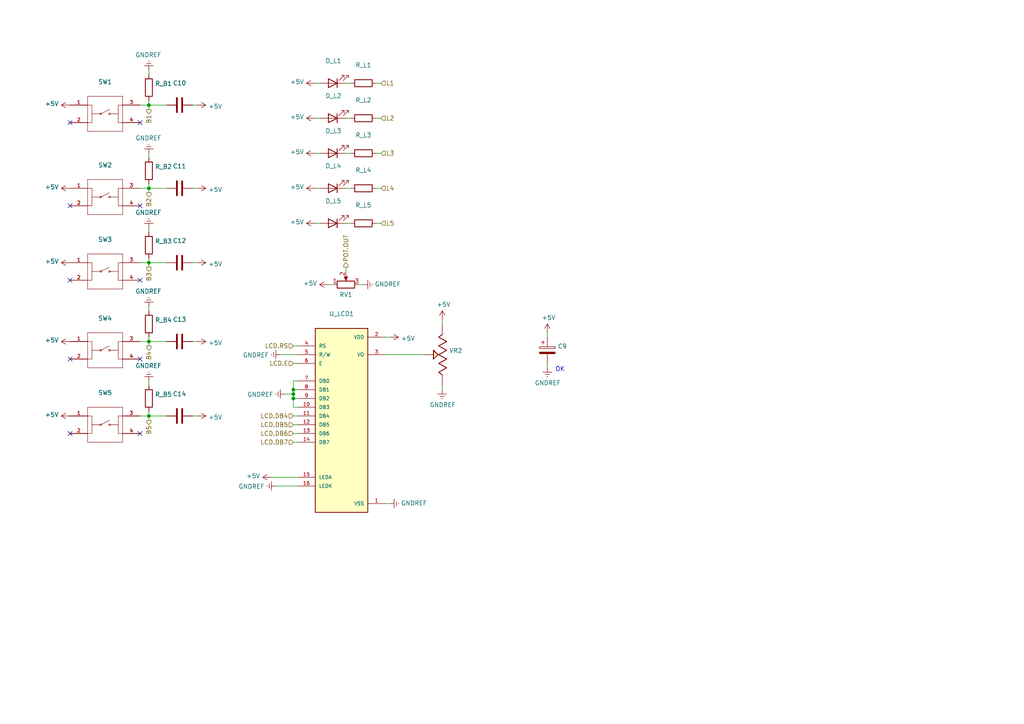
<source format=kicad_sch>
(kicad_sch (version 20211123) (generator eeschema)

  (uuid c8072c34-0f81-4552-9fbe-4bfe60c53e21)

  (paper "A4")

  (lib_symbols
    (symbol "Device:C" (pin_numbers hide) (pin_names (offset 0.254)) (in_bom yes) (on_board yes)
      (property "Reference" "C" (id 0) (at 0.635 2.54 0)
        (effects (font (size 1.27 1.27)) (justify left))
      )
      (property "Value" "C" (id 1) (at 0.635 -2.54 0)
        (effects (font (size 1.27 1.27)) (justify left))
      )
      (property "Footprint" "" (id 2) (at 0.9652 -3.81 0)
        (effects (font (size 1.27 1.27)) hide)
      )
      (property "Datasheet" "~" (id 3) (at 0 0 0)
        (effects (font (size 1.27 1.27)) hide)
      )
      (property "ki_keywords" "cap capacitor" (id 4) (at 0 0 0)
        (effects (font (size 1.27 1.27)) hide)
      )
      (property "ki_description" "Unpolarized capacitor" (id 5) (at 0 0 0)
        (effects (font (size 1.27 1.27)) hide)
      )
      (property "ki_fp_filters" "C_*" (id 6) (at 0 0 0)
        (effects (font (size 1.27 1.27)) hide)
      )
      (symbol "C_0_1"
        (polyline
          (pts
            (xy -2.032 -0.762)
            (xy 2.032 -0.762)
          )
          (stroke (width 0.508) (type default) (color 0 0 0 0))
          (fill (type none))
        )
        (polyline
          (pts
            (xy -2.032 0.762)
            (xy 2.032 0.762)
          )
          (stroke (width 0.508) (type default) (color 0 0 0 0))
          (fill (type none))
        )
      )
      (symbol "C_1_1"
        (pin passive line (at 0 3.81 270) (length 2.794)
          (name "~" (effects (font (size 1.27 1.27))))
          (number "1" (effects (font (size 1.27 1.27))))
        )
        (pin passive line (at 0 -3.81 90) (length 2.794)
          (name "~" (effects (font (size 1.27 1.27))))
          (number "2" (effects (font (size 1.27 1.27))))
        )
      )
    )
    (symbol "Device:LED" (pin_numbers hide) (pin_names (offset 1.016) hide) (in_bom yes) (on_board yes)
      (property "Reference" "D" (id 0) (at 0 2.54 0)
        (effects (font (size 1.27 1.27)))
      )
      (property "Value" "LED" (id 1) (at 0 -2.54 0)
        (effects (font (size 1.27 1.27)))
      )
      (property "Footprint" "" (id 2) (at 0 0 0)
        (effects (font (size 1.27 1.27)) hide)
      )
      (property "Datasheet" "~" (id 3) (at 0 0 0)
        (effects (font (size 1.27 1.27)) hide)
      )
      (property "ki_keywords" "LED diode" (id 4) (at 0 0 0)
        (effects (font (size 1.27 1.27)) hide)
      )
      (property "ki_description" "Light emitting diode" (id 5) (at 0 0 0)
        (effects (font (size 1.27 1.27)) hide)
      )
      (property "ki_fp_filters" "LED* LED_SMD:* LED_THT:*" (id 6) (at 0 0 0)
        (effects (font (size 1.27 1.27)) hide)
      )
      (symbol "LED_0_1"
        (polyline
          (pts
            (xy -1.27 -1.27)
            (xy -1.27 1.27)
          )
          (stroke (width 0.254) (type default) (color 0 0 0 0))
          (fill (type none))
        )
        (polyline
          (pts
            (xy -1.27 0)
            (xy 1.27 0)
          )
          (stroke (width 0) (type default) (color 0 0 0 0))
          (fill (type none))
        )
        (polyline
          (pts
            (xy 1.27 -1.27)
            (xy 1.27 1.27)
            (xy -1.27 0)
            (xy 1.27 -1.27)
          )
          (stroke (width 0.254) (type default) (color 0 0 0 0))
          (fill (type none))
        )
        (polyline
          (pts
            (xy -3.048 -0.762)
            (xy -4.572 -2.286)
            (xy -3.81 -2.286)
            (xy -4.572 -2.286)
            (xy -4.572 -1.524)
          )
          (stroke (width 0) (type default) (color 0 0 0 0))
          (fill (type none))
        )
        (polyline
          (pts
            (xy -1.778 -0.762)
            (xy -3.302 -2.286)
            (xy -2.54 -2.286)
            (xy -3.302 -2.286)
            (xy -3.302 -1.524)
          )
          (stroke (width 0) (type default) (color 0 0 0 0))
          (fill (type none))
        )
      )
      (symbol "LED_1_1"
        (pin passive line (at -3.81 0 0) (length 2.54)
          (name "K" (effects (font (size 1.27 1.27))))
          (number "1" (effects (font (size 1.27 1.27))))
        )
        (pin passive line (at 3.81 0 180) (length 2.54)
          (name "A" (effects (font (size 1.27 1.27))))
          (number "2" (effects (font (size 1.27 1.27))))
        )
      )
    )
    (symbol "Device:R" (pin_numbers hide) (pin_names (offset 0)) (in_bom yes) (on_board yes)
      (property "Reference" "R" (id 0) (at 2.032 0 90)
        (effects (font (size 1.27 1.27)))
      )
      (property "Value" "R" (id 1) (at 0 0 90)
        (effects (font (size 1.27 1.27)))
      )
      (property "Footprint" "" (id 2) (at -1.778 0 90)
        (effects (font (size 1.27 1.27)) hide)
      )
      (property "Datasheet" "~" (id 3) (at 0 0 0)
        (effects (font (size 1.27 1.27)) hide)
      )
      (property "ki_keywords" "R res resistor" (id 4) (at 0 0 0)
        (effects (font (size 1.27 1.27)) hide)
      )
      (property "ki_description" "Resistor" (id 5) (at 0 0 0)
        (effects (font (size 1.27 1.27)) hide)
      )
      (property "ki_fp_filters" "R_*" (id 6) (at 0 0 0)
        (effects (font (size 1.27 1.27)) hide)
      )
      (symbol "R_0_1"
        (rectangle (start -1.016 -2.54) (end 1.016 2.54)
          (stroke (width 0.254) (type default) (color 0 0 0 0))
          (fill (type none))
        )
      )
      (symbol "R_1_1"
        (pin passive line (at 0 3.81 270) (length 1.27)
          (name "~" (effects (font (size 1.27 1.27))))
          (number "1" (effects (font (size 1.27 1.27))))
        )
        (pin passive line (at 0 -3.81 90) (length 1.27)
          (name "~" (effects (font (size 1.27 1.27))))
          (number "2" (effects (font (size 1.27 1.27))))
        )
      )
    )
    (symbol "PBLE Library:1825910-6" (pin_names (offset 1.016) hide) (in_bom yes) (on_board yes)
      (property "Reference" "SW" (id 0) (at -5.08 5.842 0)
        (effects (font (size 1.27 1.27)) (justify left bottom))
      )
      (property "Value" "1825910-6" (id 1) (at -5.08 -7.62 0)
        (effects (font (size 1.27 1.27)) (justify left bottom))
      )
      (property "Footprint" "SW_1825910-6-4" (id 2) (at 0 0 0)
        (effects (font (size 1.27 1.27)) (justify left bottom) hide)
      )
      (property "Datasheet" "" (id 3) (at 0 0 0)
        (effects (font (size 1.27 1.27)) (justify left bottom) hide)
      )
      (property "Configuration_Pole-Throw" "Single Pole - Single Throw" (id 4) (at 0 0 0)
        (effects (font (size 1.27 1.27)) (justify left bottom) hide)
      )
      (property "EU_RoHS_Compliance" "Compliant" (id 5) (at 0 0 0)
        (effects (font (size 1.27 1.27)) (justify left bottom) hide)
      )
      (property "Comment" "1825910-6" (id 6) (at 0 0 0)
        (effects (font (size 1.27 1.27)) (justify left bottom) hide)
      )
      (property "Contact_Current_Rating" "50 mA" (id 7) (at 0 0 0)
        (effects (font (size 1.27 1.27)) (justify left bottom) hide)
      )
      (property "ki_locked" "" (id 8) (at 0 0 0)
        (effects (font (size 1.27 1.27)))
      )
      (symbol "1825910-6_0_0"
        (circle (center -1.27 0) (radius 0.254)
          (stroke (width 0.127) (type default) (color 0 0 0 0))
          (fill (type none))
        )
        (polyline
          (pts
            (xy -5.08 -5.08)
            (xy 5.08 -5.08)
          )
          (stroke (width 0.127) (type default) (color 0 0 0 0))
          (fill (type none))
        )
        (polyline
          (pts
            (xy -5.08 -2.54)
            (xy -5.08 -5.08)
          )
          (stroke (width 0.127) (type default) (color 0 0 0 0))
          (fill (type none))
        )
        (polyline
          (pts
            (xy -5.08 2.54)
            (xy -5.08 -2.54)
          )
          (stroke (width 0.127) (type default) (color 0 0 0 0))
          (fill (type none))
        )
        (polyline
          (pts
            (xy -5.08 2.54)
            (xy -3.81 2.54)
          )
          (stroke (width 0.127) (type default) (color 0 0 0 0))
          (fill (type none))
        )
        (polyline
          (pts
            (xy -5.08 5.08)
            (xy -5.08 2.54)
          )
          (stroke (width 0.127) (type default) (color 0 0 0 0))
          (fill (type none))
        )
        (polyline
          (pts
            (xy -5.08 5.08)
            (xy 5.08 5.08)
          )
          (stroke (width 0.127) (type default) (color 0 0 0 0))
          (fill (type none))
        )
        (polyline
          (pts
            (xy -3.81 -2.54)
            (xy -5.08 -2.54)
          )
          (stroke (width 0.127) (type default) (color 0 0 0 0))
          (fill (type none))
        )
        (polyline
          (pts
            (xy -3.81 0)
            (xy -3.81 -2.54)
          )
          (stroke (width 0.127) (type default) (color 0 0 0 0))
          (fill (type none))
        )
        (polyline
          (pts
            (xy -3.81 0)
            (xy -1.27 0)
          )
          (stroke (width 0.127) (type default) (color 0 0 0 0))
          (fill (type none))
        )
        (polyline
          (pts
            (xy -3.81 2.54)
            (xy -3.81 0)
          )
          (stroke (width 0.127) (type default) (color 0 0 0 0))
          (fill (type none))
        )
        (polyline
          (pts
            (xy -1.27 0)
            (xy 1.27 1.27)
          )
          (stroke (width 0.127) (type default) (color 0 0 0 0))
          (fill (type none))
        )
        (polyline
          (pts
            (xy 1.27 0)
            (xy 3.81 0)
          )
          (stroke (width 0.127) (type default) (color 0 0 0 0))
          (fill (type none))
        )
        (polyline
          (pts
            (xy 3.81 -2.54)
            (xy 5.08 -2.54)
          )
          (stroke (width 0.127) (type default) (color 0 0 0 0))
          (fill (type none))
        )
        (polyline
          (pts
            (xy 3.81 0)
            (xy 3.81 -2.54)
          )
          (stroke (width 0.127) (type default) (color 0 0 0 0))
          (fill (type none))
        )
        (polyline
          (pts
            (xy 3.81 0)
            (xy 3.81 2.54)
          )
          (stroke (width 0.127) (type default) (color 0 0 0 0))
          (fill (type none))
        )
        (polyline
          (pts
            (xy 3.81 2.54)
            (xy 5.08 2.54)
          )
          (stroke (width 0.127) (type default) (color 0 0 0 0))
          (fill (type none))
        )
        (polyline
          (pts
            (xy 5.08 -2.54)
            (xy 5.08 -5.08)
          )
          (stroke (width 0.127) (type default) (color 0 0 0 0))
          (fill (type none))
        )
        (polyline
          (pts
            (xy 5.08 2.54)
            (xy 5.08 -2.54)
          )
          (stroke (width 0.127) (type default) (color 0 0 0 0))
          (fill (type none))
        )
        (polyline
          (pts
            (xy 5.08 5.08)
            (xy 5.08 2.54)
          )
          (stroke (width 0.127) (type default) (color 0 0 0 0))
          (fill (type none))
        )
        (circle (center 1.27 0) (radius 0.254)
          (stroke (width 0.127) (type default) (color 0 0 0 0))
          (fill (type none))
        )
        (pin passive line (at -10.16 2.54 0) (length 5.08)
          (name "~" (effects (font (size 1.016 1.016))))
          (number "1" (effects (font (size 1.016 1.016))))
        )
        (pin passive line (at -10.16 -2.54 0) (length 5.08)
          (name "~" (effects (font (size 1.016 1.016))))
          (number "2" (effects (font (size 1.016 1.016))))
        )
        (pin passive line (at 10.16 2.54 180) (length 5.08)
          (name "~" (effects (font (size 1.016 1.016))))
          (number "3" (effects (font (size 1.016 1.016))))
        )
        (pin passive line (at 10.16 -2.54 180) (length 5.08)
          (name "~" (effects (font (size 1.016 1.016))))
          (number "4" (effects (font (size 1.016 1.016))))
        )
      )
    )
    (symbol "PBLE Library:3296W-1-103RLF" (pin_numbers hide) (pin_names (offset 1.016) hide) (in_bom yes) (on_board yes)
      (property "Reference" "VR" (id 0) (at -5.08 10.1854 0)
        (effects (font (size 1.27 1.27)) (justify left bottom))
      )
      (property "Value" "3296W-1-103RLF" (id 1) (at -5.08 -5.08 0)
        (effects (font (size 1.27 1.27)) (justify left bottom))
      )
      (property "Footprint" "TRIM_3296W-1-103RLF" (id 2) (at 0 0 0)
        (effects (font (size 1.27 1.27)) (justify left bottom) hide)
      )
      (property "Datasheet" "" (id 3) (at 0 0 0)
        (effects (font (size 1.27 1.27)) (justify left bottom) hide)
      )
      (property "STANDARD" "Manufacturer Recommendation" (id 4) (at 0 0 0)
        (effects (font (size 1.27 1.27)) (justify left bottom) hide)
      )
      (property "PARTREV" "05/16" (id 5) (at 0 0 0)
        (effects (font (size 1.27 1.27)) (justify left bottom) hide)
      )
      (property "MANUFACTURER" "Bourns" (id 6) (at 0 0 0)
        (effects (font (size 1.27 1.27)) (justify left bottom) hide)
      )
      (property "ki_locked" "" (id 7) (at 0 0 0)
        (effects (font (size 1.27 1.27)))
      )
      (symbol "3296W-1-103RLF_0_0"
        (polyline
          (pts
            (xy -6.35 0)
            (xy -5.842 0)
          )
          (stroke (width 0.1524) (type default) (color 0 0 0 0))
          (fill (type none))
        )
        (polyline
          (pts
            (xy -5.842 0)
            (xy -5.08 1.016)
          )
          (stroke (width 0.254) (type default) (color 0 0 0 0))
          (fill (type none))
        )
        (polyline
          (pts
            (xy -5.08 1.016)
            (xy -3.81 -1.27)
          )
          (stroke (width 0.254) (type default) (color 0 0 0 0))
          (fill (type none))
        )
        (polyline
          (pts
            (xy -3.81 -1.27)
            (xy -2.54 1.016)
          )
          (stroke (width 0.254) (type default) (color 0 0 0 0))
          (fill (type none))
        )
        (polyline
          (pts
            (xy -2.54 1.016)
            (xy -1.27 -1.27)
          )
          (stroke (width 0.254) (type default) (color 0 0 0 0))
          (fill (type none))
        )
        (polyline
          (pts
            (xy -1.27 -1.27)
            (xy 0 1.016)
          )
          (stroke (width 0.254) (type default) (color 0 0 0 0))
          (fill (type none))
        )
        (polyline
          (pts
            (xy -1.27 2.54)
            (xy 1.27 2.54)
          )
          (stroke (width 0.254) (type default) (color 0 0 0 0))
          (fill (type none))
        )
        (polyline
          (pts
            (xy 0 1.016)
            (xy 1.27 -1.27)
          )
          (stroke (width 0.254) (type default) (color 0 0 0 0))
          (fill (type none))
        )
        (polyline
          (pts
            (xy 0 1.27)
            (xy -1.27 2.54)
          )
          (stroke (width 0.254) (type default) (color 0 0 0 0))
          (fill (type none))
        )
        (polyline
          (pts
            (xy 1.27 -1.27)
            (xy 2.54 1.016)
          )
          (stroke (width 0.254) (type default) (color 0 0 0 0))
          (fill (type none))
        )
        (polyline
          (pts
            (xy 1.27 2.54)
            (xy 0 1.27)
          )
          (stroke (width 0.254) (type default) (color 0 0 0 0))
          (fill (type none))
        )
        (polyline
          (pts
            (xy 2.54 1.016)
            (xy 3.81 -1.27)
          )
          (stroke (width 0.254) (type default) (color 0 0 0 0))
          (fill (type none))
        )
        (polyline
          (pts
            (xy 3.81 -1.27)
            (xy 5.08 1.016)
          )
          (stroke (width 0.254) (type default) (color 0 0 0 0))
          (fill (type none))
        )
        (polyline
          (pts
            (xy 5.842 0)
            (xy 5.08 1.016)
          )
          (stroke (width 0.254) (type default) (color 0 0 0 0))
          (fill (type none))
        )
        (polyline
          (pts
            (xy 5.842 0)
            (xy 6.35 0)
          )
          (stroke (width 0.1524) (type default) (color 0 0 0 0))
          (fill (type none))
        )
        (polyline
          (pts
            (xy -1.27 2.54)
            (xy 1.27 2.54)
            (xy 0 1.27)
          )
          (stroke (width 0.254) (type default) (color 0 0 0 0))
          (fill (type background))
        )
        (pin passive line (at -8.89 0 0) (length 2.54)
          (name "~" (effects (font (size 1.016 1.016))))
          (number "1" (effects (font (size 1.016 1.016))))
        )
        (pin passive line (at 0 5.08 270) (length 2.54)
          (name "~" (effects (font (size 1.016 1.016))))
          (number "2" (effects (font (size 1.016 1.016))))
        )
        (pin passive line (at 8.89 0 180) (length 2.54)
          (name "~" (effects (font (size 1.016 1.016))))
          (number "3" (effects (font (size 1.016 1.016))))
        )
      )
    )
    (symbol "PBLE Library:LCD2X16" (pin_names (offset 1.016)) (in_bom yes) (on_board yes)
      (property "Reference" "U" (id 0) (at -7.62 25.4 0)
        (effects (font (size 1.27 1.27)) (justify left bottom))
      )
      (property "Value" "LCD2X16" (id 1) (at -7.62 -30.48 0)
        (effects (font (size 1.27 1.27)) (justify left bottom))
      )
      (property "Footprint" "LCD_LCD2X16" (id 2) (at 0 0 0)
        (effects (font (size 1.27 1.27)) (justify left bottom) hide)
      )
      (property "Datasheet" "" (id 3) (at 0 0 0)
        (effects (font (size 1.27 1.27)) (justify left bottom) hide)
      )
      (property "MANUFACTURER" "Microelektronika" (id 4) (at 0 0 0)
        (effects (font (size 1.27 1.27)) (justify left bottom) hide)
      )
      (property "PARTREV" "0" (id 5) (at 0 0 0)
        (effects (font (size 1.27 1.27)) (justify left bottom) hide)
      )
      (property "STANDARD" "Manufacturer Recommendations" (id 6) (at 0 0 0)
        (effects (font (size 1.27 1.27)) (justify left bottom) hide)
      )
      (property "MAXIMUM_PACKAGE_HIEGHT" "10mm" (id 7) (at 0 0 0)
        (effects (font (size 1.27 1.27)) (justify left bottom) hide)
      )
      (property "ki_locked" "" (id 8) (at 0 0 0)
        (effects (font (size 1.27 1.27)))
      )
      (symbol "LCD2X16_0_0"
        (rectangle (start -7.62 -27.94) (end 7.62 25.4)
          (stroke (width 0.254) (type default) (color 0 0 0 0))
          (fill (type background))
        )
        (pin power_in line (at 12.7 -25.4 180) (length 5.08)
          (name "VSS" (effects (font (size 1.016 1.016))))
          (number "1" (effects (font (size 1.016 1.016))))
        )
        (pin passive line (at -12.7 2.54 0) (length 5.08)
          (name "DB3" (effects (font (size 1.016 1.016))))
          (number "10" (effects (font (size 1.016 1.016))))
        )
        (pin bidirectional line (at -12.7 0 0) (length 5.08)
          (name "DB4" (effects (font (size 1.016 1.016))))
          (number "11" (effects (font (size 1.016 1.016))))
        )
        (pin bidirectional line (at -12.7 -2.54 0) (length 5.08)
          (name "DB5" (effects (font (size 1.016 1.016))))
          (number "12" (effects (font (size 1.016 1.016))))
        )
        (pin bidirectional line (at -12.7 -5.08 0) (length 5.08)
          (name "DB6" (effects (font (size 1.016 1.016))))
          (number "13" (effects (font (size 1.016 1.016))))
        )
        (pin bidirectional line (at -12.7 -7.62 0) (length 5.08)
          (name "DB7" (effects (font (size 1.016 1.016))))
          (number "14" (effects (font (size 1.016 1.016))))
        )
        (pin passive line (at -12.7 -17.78 0) (length 5.08)
          (name "LEDA" (effects (font (size 1.016 1.016))))
          (number "15" (effects (font (size 1.016 1.016))))
        )
        (pin passive line (at -12.7 -20.32 0) (length 5.08)
          (name "LEDK" (effects (font (size 1.016 1.016))))
          (number "16" (effects (font (size 1.016 1.016))))
        )
        (pin power_in line (at 12.7 22.86 180) (length 5.08)
          (name "VDD" (effects (font (size 1.016 1.016))))
          (number "2" (effects (font (size 1.016 1.016))))
        )
        (pin passive line (at 12.7 17.78 180) (length 5.08)
          (name "VO" (effects (font (size 1.016 1.016))))
          (number "3" (effects (font (size 1.016 1.016))))
        )
        (pin input line (at -12.7 20.32 0) (length 5.08)
          (name "RS" (effects (font (size 1.016 1.016))))
          (number "4" (effects (font (size 1.016 1.016))))
        )
        (pin input line (at -12.7 17.78 0) (length 5.08)
          (name "R/W" (effects (font (size 1.016 1.016))))
          (number "5" (effects (font (size 1.016 1.016))))
        )
        (pin input line (at -12.7 15.24 0) (length 5.08)
          (name "E" (effects (font (size 1.016 1.016))))
          (number "6" (effects (font (size 1.016 1.016))))
        )
        (pin passive line (at -12.7 10.16 0) (length 5.08)
          (name "DB0" (effects (font (size 1.016 1.016))))
          (number "7" (effects (font (size 1.016 1.016))))
        )
        (pin passive line (at -12.7 7.62 0) (length 5.08)
          (name "DB1" (effects (font (size 1.016 1.016))))
          (number "8" (effects (font (size 1.016 1.016))))
        )
        (pin passive line (at -12.7 5.08 0) (length 5.08)
          (name "DB2" (effects (font (size 1.016 1.016))))
          (number "9" (effects (font (size 1.016 1.016))))
        )
      )
    )
    (symbol "PBLE-Circuit-rescue:CP-Device" (pin_numbers hide) (pin_names (offset 0.254)) (in_bom yes) (on_board yes)
      (property "Reference" "C" (id 0) (at 0.635 2.54 0)
        (effects (font (size 1.27 1.27)) (justify left))
      )
      (property "Value" "CP-Device" (id 1) (at 0.635 -2.54 0)
        (effects (font (size 1.27 1.27)) (justify left))
      )
      (property "Footprint" "" (id 2) (at 0.9652 -3.81 0)
        (effects (font (size 1.27 1.27)) hide)
      )
      (property "Datasheet" "" (id 3) (at 0 0 0)
        (effects (font (size 1.27 1.27)) hide)
      )
      (property "ki_fp_filters" "CP_*" (id 4) (at 0 0 0)
        (effects (font (size 1.27 1.27)) hide)
      )
      (symbol "CP-Device_0_1"
        (rectangle (start -2.286 0.508) (end 2.286 1.016)
          (stroke (width 0) (type default) (color 0 0 0 0))
          (fill (type none))
        )
        (polyline
          (pts
            (xy -1.778 2.286)
            (xy -0.762 2.286)
          )
          (stroke (width 0) (type default) (color 0 0 0 0))
          (fill (type none))
        )
        (polyline
          (pts
            (xy -1.27 2.794)
            (xy -1.27 1.778)
          )
          (stroke (width 0) (type default) (color 0 0 0 0))
          (fill (type none))
        )
        (rectangle (start 2.286 -0.508) (end -2.286 -1.016)
          (stroke (width 0) (type default) (color 0 0 0 0))
          (fill (type outline))
        )
      )
      (symbol "CP-Device_1_1"
        (pin passive line (at 0 3.81 270) (length 2.794)
          (name "~" (effects (font (size 1.27 1.27))))
          (number "1" (effects (font (size 1.27 1.27))))
        )
        (pin passive line (at 0 -3.81 90) (length 2.794)
          (name "~" (effects (font (size 1.27 1.27))))
          (number "2" (effects (font (size 1.27 1.27))))
        )
      )
    )
    (symbol "PBLE-Circuit-rescue:R_POT-Device" (pin_names (offset 1.016) hide) (in_bom yes) (on_board yes)
      (property "Reference" "RV" (id 0) (at -4.445 0 90)
        (effects (font (size 1.27 1.27)))
      )
      (property "Value" "R_POT-Device" (id 1) (at -2.54 0 90)
        (effects (font (size 1.27 1.27)))
      )
      (property "Footprint" "" (id 2) (at 0 0 0)
        (effects (font (size 1.27 1.27)) hide)
      )
      (property "Datasheet" "" (id 3) (at 0 0 0)
        (effects (font (size 1.27 1.27)) hide)
      )
      (property "ki_fp_filters" "Potentiometer*" (id 4) (at 0 0 0)
        (effects (font (size 1.27 1.27)) hide)
      )
      (symbol "R_POT-Device_0_1"
        (polyline
          (pts
            (xy 2.54 0)
            (xy 1.524 0)
          )
          (stroke (width 0) (type default) (color 0 0 0 0))
          (fill (type none))
        )
        (polyline
          (pts
            (xy 1.143 0)
            (xy 2.286 0.508)
            (xy 2.286 -0.508)
            (xy 1.143 0)
          )
          (stroke (width 0) (type default) (color 0 0 0 0))
          (fill (type outline))
        )
        (rectangle (start 1.016 2.54) (end -1.016 -2.54)
          (stroke (width 0.254) (type default) (color 0 0 0 0))
          (fill (type none))
        )
      )
      (symbol "R_POT-Device_1_1"
        (pin passive line (at 0 3.81 270) (length 1.27)
          (name "1" (effects (font (size 1.27 1.27))))
          (number "1" (effects (font (size 1.27 1.27))))
        )
        (pin passive line (at 3.81 0 180) (length 1.27)
          (name "2" (effects (font (size 1.27 1.27))))
          (number "2" (effects (font (size 1.27 1.27))))
        )
        (pin passive line (at 0 -3.81 90) (length 1.27)
          (name "3" (effects (font (size 1.27 1.27))))
          (number "3" (effects (font (size 1.27 1.27))))
        )
      )
    )
    (symbol "power:+5V" (power) (pin_names (offset 0)) (in_bom yes) (on_board yes)
      (property "Reference" "#PWR" (id 0) (at 0 -3.81 0)
        (effects (font (size 1.27 1.27)) hide)
      )
      (property "Value" "+5V" (id 1) (at 0 3.556 0)
        (effects (font (size 1.27 1.27)))
      )
      (property "Footprint" "" (id 2) (at 0 0 0)
        (effects (font (size 1.27 1.27)) hide)
      )
      (property "Datasheet" "" (id 3) (at 0 0 0)
        (effects (font (size 1.27 1.27)) hide)
      )
      (property "ki_keywords" "power-flag" (id 4) (at 0 0 0)
        (effects (font (size 1.27 1.27)) hide)
      )
      (property "ki_description" "Power symbol creates a global label with name \"+5V\"" (id 5) (at 0 0 0)
        (effects (font (size 1.27 1.27)) hide)
      )
      (symbol "+5V_0_1"
        (polyline
          (pts
            (xy -0.762 1.27)
            (xy 0 2.54)
          )
          (stroke (width 0) (type default) (color 0 0 0 0))
          (fill (type none))
        )
        (polyline
          (pts
            (xy 0 0)
            (xy 0 2.54)
          )
          (stroke (width 0) (type default) (color 0 0 0 0))
          (fill (type none))
        )
        (polyline
          (pts
            (xy 0 2.54)
            (xy 0.762 1.27)
          )
          (stroke (width 0) (type default) (color 0 0 0 0))
          (fill (type none))
        )
      )
      (symbol "+5V_1_1"
        (pin power_in line (at 0 0 90) (length 0) hide
          (name "+5V" (effects (font (size 1.27 1.27))))
          (number "1" (effects (font (size 1.27 1.27))))
        )
      )
    )
    (symbol "power:GNDREF" (power) (pin_names (offset 0)) (in_bom yes) (on_board yes)
      (property "Reference" "#PWR" (id 0) (at 0 -6.35 0)
        (effects (font (size 1.27 1.27)) hide)
      )
      (property "Value" "GNDREF" (id 1) (at 0 -3.81 0)
        (effects (font (size 1.27 1.27)))
      )
      (property "Footprint" "" (id 2) (at 0 0 0)
        (effects (font (size 1.27 1.27)) hide)
      )
      (property "Datasheet" "" (id 3) (at 0 0 0)
        (effects (font (size 1.27 1.27)) hide)
      )
      (property "ki_keywords" "power-flag" (id 4) (at 0 0 0)
        (effects (font (size 1.27 1.27)) hide)
      )
      (property "ki_description" "Power symbol creates a global label with name \"GNDREF\" , reference supply ground" (id 5) (at 0 0 0)
        (effects (font (size 1.27 1.27)) hide)
      )
      (symbol "GNDREF_0_1"
        (polyline
          (pts
            (xy -0.635 -1.905)
            (xy 0.635 -1.905)
          )
          (stroke (width 0) (type default) (color 0 0 0 0))
          (fill (type none))
        )
        (polyline
          (pts
            (xy -0.127 -2.54)
            (xy 0.127 -2.54)
          )
          (stroke (width 0) (type default) (color 0 0 0 0))
          (fill (type none))
        )
        (polyline
          (pts
            (xy 0 -1.27)
            (xy 0 0)
          )
          (stroke (width 0) (type default) (color 0 0 0 0))
          (fill (type none))
        )
        (polyline
          (pts
            (xy 1.27 -1.27)
            (xy -1.27 -1.27)
          )
          (stroke (width 0) (type default) (color 0 0 0 0))
          (fill (type none))
        )
      )
      (symbol "GNDREF_1_1"
        (pin power_in line (at 0 0 270) (length 0) hide
          (name "GNDREF" (effects (font (size 1.27 1.27))))
          (number "1" (effects (font (size 1.27 1.27))))
        )
      )
    )
  )

  (junction (at 85.09 115.57) (diameter 0) (color 0 0 0 0)
    (uuid 186c3f1e-1c94-498e-abf2-1069980f6633)
  )
  (junction (at 43.18 99.06) (diameter 0) (color 0 0 0 0)
    (uuid 2ba21493-929b-4122-ac0f-7aeaf8602cef)
  )
  (junction (at 43.18 120.65) (diameter 0) (color 0 0 0 0)
    (uuid 47957453-fce7-4d98-833c-e34bb8a852a5)
  )
  (junction (at 43.18 76.2) (diameter 0) (color 0 0 0 0)
    (uuid 4b534cd1-c414-4029-9164-e46766faf60e)
  )
  (junction (at 85.09 113.03) (diameter 0) (color 0 0 0 0)
    (uuid 583b0bf3-0699-44db-b975-a241ad040fa4)
  )
  (junction (at 43.18 54.61) (diameter 0) (color 0 0 0 0)
    (uuid 8b022692-69b7-4bd6-bf38-57edecf356fa)
  )
  (junction (at 43.18 30.48) (diameter 0) (color 0 0 0 0)
    (uuid e0b36e60-bb2b-489c-a764-1b81e551ce62)
  )
  (junction (at 85.09 114.3) (diameter 0) (color 0 0 0 0)
    (uuid ffb86135-b43f-4a42-9aa6-73aa7ba972a9)
  )

  (no_connect (at 20.32 59.69) (uuid 04d60995-4f82-4f17-8f82-2f27a0a779cc))
  (no_connect (at 40.64 59.69) (uuid 1765d6b9-ca0e-49c2-8c3c-8ab35eb3909b))
  (no_connect (at 20.32 125.73) (uuid 621c8eb9-ae87-439a-b350-badb5d559a5a))
  (no_connect (at 20.32 35.56) (uuid 6f44a349-1ba9-4965-b217-aa1589a07228))
  (no_connect (at 20.32 104.14) (uuid 72cc7949-68f8-4ef8-adcb-a65c1d042672))
  (no_connect (at 40.64 81.28) (uuid 8ade7975-64a0-440a-8545-11958836bf48))
  (no_connect (at 40.64 104.14) (uuid 9c0314b1-f82f-432d-95a0-65e191202552))
  (no_connect (at 40.64 125.73) (uuid be030c62-e776-405f-97d8-4a4c1aa2e428))
  (no_connect (at 40.64 35.56) (uuid f47374c3-cb2a-4769-880f-830c9b19222e))
  (no_connect (at 20.32 81.28) (uuid f74eb612-4697-4cb4-afe4-9f94828b954d))

  (wire (pts (xy 86.36 110.49) (xy 85.09 110.49))
    (stroke (width 0) (type default) (color 0 0 0 0))
    (uuid 009b0d62-e9ea-4825-9fdf-befd291c76ce)
  )
  (wire (pts (xy 123.19 102.87) (xy 111.76 102.87))
    (stroke (width 0) (type default) (color 0 0 0 0))
    (uuid 08926936-9ea4-4894-afca-caca47f3c238)
  )
  (wire (pts (xy 85.09 110.49) (xy 85.09 113.03))
    (stroke (width 0) (type default) (color 0 0 0 0))
    (uuid 094dc71e-7ea9-4e30-8ba7-749216ec2a8b)
  )
  (wire (pts (xy 55.88 30.48) (xy 57.15 30.48))
    (stroke (width 0) (type default) (color 0 0 0 0))
    (uuid 0b43a8fb-b3d3-4444-a4b0-cf952c07dcfe)
  )
  (wire (pts (xy 43.18 21.59) (xy 43.18 20.32))
    (stroke (width 0) (type default) (color 0 0 0 0))
    (uuid 0cc094e7-c1c0-457d-bd94-3db91c23be55)
  )
  (wire (pts (xy 43.18 30.48) (xy 43.18 31.75))
    (stroke (width 0) (type default) (color 0 0 0 0))
    (uuid 0fc912fd-5036-4a55-b598-a9af40810824)
  )
  (wire (pts (xy 43.18 99.06) (xy 43.18 100.33))
    (stroke (width 0) (type default) (color 0 0 0 0))
    (uuid 0ff398d7-e6e2-4972-a7a4-438407886f34)
  )
  (wire (pts (xy 55.88 76.2) (xy 57.15 76.2))
    (stroke (width 0) (type default) (color 0 0 0 0))
    (uuid 1020b588-7eb0-4b70-bbff-c77a867c3142)
  )
  (wire (pts (xy 111.76 97.79) (xy 113.03 97.79))
    (stroke (width 0) (type default) (color 0 0 0 0))
    (uuid 1053b01a-057e-4e79-a21c-42780a737ea9)
  )
  (wire (pts (xy 109.22 24.13) (xy 110.49 24.13))
    (stroke (width 0) (type default) (color 0 0 0 0))
    (uuid 173fd4a7-b485-4e9d-8724-470865466784)
  )
  (wire (pts (xy 40.64 30.48) (xy 43.18 30.48))
    (stroke (width 0) (type default) (color 0 0 0 0))
    (uuid 19a5aacd-255a-4bf3-89c1-efd2ab61016c)
  )
  (wire (pts (xy 109.22 64.77) (xy 110.49 64.77))
    (stroke (width 0) (type default) (color 0 0 0 0))
    (uuid 1a7e7b16-fc7c-4e64-9ace-48cc78112437)
  )
  (wire (pts (xy 128.27 111.76) (xy 128.27 113.03))
    (stroke (width 0) (type default) (color 0 0 0 0))
    (uuid 1ae3634a-f90f-4c6a-8ba7-b38f98d4ccb2)
  )
  (wire (pts (xy 158.75 97.79) (xy 158.75 96.52))
    (stroke (width 0) (type default) (color 0 0 0 0))
    (uuid 1d1a7683-c090-4798-9b40-7ed0d9f3ce3b)
  )
  (wire (pts (xy 43.18 90.17) (xy 43.18 88.9))
    (stroke (width 0) (type default) (color 0 0 0 0))
    (uuid 2276ec6c-cdcc-4369-86b4-8267d991001e)
  )
  (wire (pts (xy 43.18 120.65) (xy 43.18 121.92))
    (stroke (width 0) (type default) (color 0 0 0 0))
    (uuid 23345f3e-d08d-4834-b1dc-64de02569916)
  )
  (wire (pts (xy 109.22 54.61) (xy 110.49 54.61))
    (stroke (width 0) (type default) (color 0 0 0 0))
    (uuid 26296271-780a-4da9-8e69-910d9240bca1)
  )
  (wire (pts (xy 85.09 114.3) (xy 82.55 114.3))
    (stroke (width 0) (type default) (color 0 0 0 0))
    (uuid 28d267fd-6d61-43bb-9705-8d59d7a44e81)
  )
  (wire (pts (xy 104.14 82.55) (xy 105.41 82.55))
    (stroke (width 0) (type default) (color 0 0 0 0))
    (uuid 2bbd6c26-4114-4518-8f4a-c6fdadc046b6)
  )
  (wire (pts (xy 86.36 128.27) (xy 85.09 128.27))
    (stroke (width 0) (type default) (color 0 0 0 0))
    (uuid 3d70e675-48ae-4edd-b95d-3ca51e634018)
  )
  (wire (pts (xy 40.64 76.2) (xy 43.18 76.2))
    (stroke (width 0) (type default) (color 0 0 0 0))
    (uuid 3dbc1b14-20e2-4dcb-8347-d33c13d3f0e0)
  )
  (wire (pts (xy 92.71 54.61) (xy 91.44 54.61))
    (stroke (width 0) (type default) (color 0 0 0 0))
    (uuid 3f43c2dc-daa2-45ba-b8ca-7ae5aebed882)
  )
  (wire (pts (xy 86.36 113.03) (xy 85.09 113.03))
    (stroke (width 0) (type default) (color 0 0 0 0))
    (uuid 45836d49-cd5f-417d-b0f6-c8b43d196a36)
  )
  (wire (pts (xy 43.18 30.48) (xy 43.18 29.21))
    (stroke (width 0) (type default) (color 0 0 0 0))
    (uuid 55cff608-ab38-48d9-ac09-2d0a877ceca1)
  )
  (wire (pts (xy 43.18 44.45) (xy 43.18 45.72))
    (stroke (width 0) (type default) (color 0 0 0 0))
    (uuid 5626e5e1-59f4-4773-828e-16057ddc3518)
  )
  (wire (pts (xy 100.33 34.29) (xy 101.6 34.29))
    (stroke (width 0) (type default) (color 0 0 0 0))
    (uuid 56f0a67a-a93a-477a-9778-70fe2cfeeb5a)
  )
  (wire (pts (xy 55.88 54.61) (xy 57.15 54.61))
    (stroke (width 0) (type default) (color 0 0 0 0))
    (uuid 5bb32dcb-8a97-4374-8a16-bc17822d4db3)
  )
  (wire (pts (xy 101.6 54.61) (xy 100.33 54.61))
    (stroke (width 0) (type default) (color 0 0 0 0))
    (uuid 5c1d6842-15a5-4f73-b198-8836681840a1)
  )
  (wire (pts (xy 43.18 74.93) (xy 43.18 76.2))
    (stroke (width 0) (type default) (color 0 0 0 0))
    (uuid 5fba7ff8-02f1-4ac0-93c4-5bd7becbcf63)
  )
  (wire (pts (xy 86.36 100.33) (xy 85.09 100.33))
    (stroke (width 0) (type default) (color 0 0 0 0))
    (uuid 62cbcc21-2cec-41ab-be06-499e1a78d7e7)
  )
  (wire (pts (xy 85.09 114.3) (xy 85.09 113.03))
    (stroke (width 0) (type default) (color 0 0 0 0))
    (uuid 6d1e2df9-cc89-4e18-a541-699f0d20dd45)
  )
  (wire (pts (xy 48.26 54.61) (xy 43.18 54.61))
    (stroke (width 0) (type default) (color 0 0 0 0))
    (uuid 6df433d7-73cd-4877-8d2e-047853b9077c)
  )
  (wire (pts (xy 40.64 120.65) (xy 43.18 120.65))
    (stroke (width 0) (type default) (color 0 0 0 0))
    (uuid 73a6ec8e-8641-4014-be28-4611d398be32)
  )
  (wire (pts (xy 85.09 115.57) (xy 85.09 114.3))
    (stroke (width 0) (type default) (color 0 0 0 0))
    (uuid 761492e2-a989-4596-80c3-fcd6943df072)
  )
  (wire (pts (xy 158.75 106.68) (xy 158.75 105.41))
    (stroke (width 0) (type default) (color 0 0 0 0))
    (uuid 7700fef1-de5b-4197-be2d-18385e1e18f9)
  )
  (wire (pts (xy 78.74 138.43) (xy 86.36 138.43))
    (stroke (width 0) (type default) (color 0 0 0 0))
    (uuid 778b0e81-d70b-4705-ae45-b4c475c88dab)
  )
  (wire (pts (xy 109.22 44.45) (xy 110.49 44.45))
    (stroke (width 0) (type default) (color 0 0 0 0))
    (uuid 7ac1ccc5-26c5-4b73-8425-7bbec927bf24)
  )
  (wire (pts (xy 128.27 93.98) (xy 128.27 92.71))
    (stroke (width 0) (type default) (color 0 0 0 0))
    (uuid 7d2422a2-6679-4b2f-b253-47eef0da2414)
  )
  (wire (pts (xy 43.18 54.61) (xy 43.18 53.34))
    (stroke (width 0) (type default) (color 0 0 0 0))
    (uuid 87a0ffb1-5477-4b20-a3ac-fef5af129a33)
  )
  (wire (pts (xy 48.26 120.65) (xy 43.18 120.65))
    (stroke (width 0) (type default) (color 0 0 0 0))
    (uuid 87a32952-c8e5-40ba-af1d-1a8829a6c906)
  )
  (wire (pts (xy 40.64 99.06) (xy 43.18 99.06))
    (stroke (width 0) (type default) (color 0 0 0 0))
    (uuid 8aa8d47e-f495-4049-8ac9-7f2ac3205412)
  )
  (wire (pts (xy 86.36 120.65) (xy 85.09 120.65))
    (stroke (width 0) (type default) (color 0 0 0 0))
    (uuid 926b329f-cd0d-410a-bc4a-e36446f8965a)
  )
  (wire (pts (xy 86.36 118.11) (xy 85.09 118.11))
    (stroke (width 0) (type default) (color 0 0 0 0))
    (uuid 92d17eb0-c75d-48d9-ae9e-ea0c7f723be4)
  )
  (wire (pts (xy 40.64 54.61) (xy 43.18 54.61))
    (stroke (width 0) (type default) (color 0 0 0 0))
    (uuid 9c2a29da-c83f-4ec8-bbcf-9d775812af04)
  )
  (wire (pts (xy 111.76 146.05) (xy 113.03 146.05))
    (stroke (width 0) (type default) (color 0 0 0 0))
    (uuid a1701438-3c8b-4b49-8695-36ec7f9ae4d2)
  )
  (wire (pts (xy 101.6 24.13) (xy 100.33 24.13))
    (stroke (width 0) (type default) (color 0 0 0 0))
    (uuid a819bf9a-0c8b-443a-b488-e5f1395d77ad)
  )
  (wire (pts (xy 48.26 99.06) (xy 43.18 99.06))
    (stroke (width 0) (type default) (color 0 0 0 0))
    (uuid a8a389df-8d18-4e17-a74f-f60d5d77371e)
  )
  (wire (pts (xy 48.26 30.48) (xy 43.18 30.48))
    (stroke (width 0) (type default) (color 0 0 0 0))
    (uuid aa0e7fe7-e9c2-477f-bcb2-53a1ebd9e3a6)
  )
  (wire (pts (xy 92.71 24.13) (xy 91.44 24.13))
    (stroke (width 0) (type default) (color 0 0 0 0))
    (uuid ab34b936-8ca5-4be1-8599-504cb86609fc)
  )
  (wire (pts (xy 43.18 67.31) (xy 43.18 66.04))
    (stroke (width 0) (type default) (color 0 0 0 0))
    (uuid b606e532-e4c7-444d-b9ff-879f52cfde92)
  )
  (wire (pts (xy 43.18 120.65) (xy 43.18 119.38))
    (stroke (width 0) (type default) (color 0 0 0 0))
    (uuid c220da05-2a98-47be-9327-0c73c5263c41)
  )
  (wire (pts (xy 86.36 105.41) (xy 85.09 105.41))
    (stroke (width 0) (type default) (color 0 0 0 0))
    (uuid c2211bf7-6ed0-4800-9f21-d6a078bedba2)
  )
  (wire (pts (xy 92.71 34.29) (xy 91.44 34.29))
    (stroke (width 0) (type default) (color 0 0 0 0))
    (uuid c482f4f0-b441-4301-a9f1-c7f9e511d699)
  )
  (wire (pts (xy 43.18 54.61) (xy 43.18 55.88))
    (stroke (width 0) (type default) (color 0 0 0 0))
    (uuid c62adb8b-b306-48da-b0ae-f6a287e54f62)
  )
  (wire (pts (xy 43.18 76.2) (xy 43.18 77.47))
    (stroke (width 0) (type default) (color 0 0 0 0))
    (uuid d33c6077-a8ec-48ca-b0e0-97f3539ef54c)
  )
  (wire (pts (xy 43.18 99.06) (xy 43.18 97.79))
    (stroke (width 0) (type default) (color 0 0 0 0))
    (uuid d372e2ac-d81e-48b7-8c55-9bbe58eeffc3)
  )
  (wire (pts (xy 55.88 120.65) (xy 57.15 120.65))
    (stroke (width 0) (type default) (color 0 0 0 0))
    (uuid d5b0938b-9efb-4b58-8ac4-d92da9ed2e30)
  )
  (wire (pts (xy 101.6 64.77) (xy 100.33 64.77))
    (stroke (width 0) (type default) (color 0 0 0 0))
    (uuid d70bfdec-de0f-45e5-9452-2cd5d12b83b9)
  )
  (wire (pts (xy 100.33 78.74) (xy 100.33 77.47))
    (stroke (width 0) (type default) (color 0 0 0 0))
    (uuid dbbbcbf5-ed09-4c20-902c-70f108158aba)
  )
  (wire (pts (xy 92.71 44.45) (xy 91.44 44.45))
    (stroke (width 0) (type default) (color 0 0 0 0))
    (uuid e1fe6230-75c5-4750-aaea-24a9b80589d8)
  )
  (wire (pts (xy 109.22 34.29) (xy 110.49 34.29))
    (stroke (width 0) (type default) (color 0 0 0 0))
    (uuid e29e8d7d-cee8-47d4-8444-1d7032daf03c)
  )
  (wire (pts (xy 86.36 125.73) (xy 85.09 125.73))
    (stroke (width 0) (type default) (color 0 0 0 0))
    (uuid ed247857-b2a3-4b23-90ad-758c01ae5e8e)
  )
  (wire (pts (xy 92.71 64.77) (xy 91.44 64.77))
    (stroke (width 0) (type default) (color 0 0 0 0))
    (uuid ef3a2f4c-5879-4e98-ad30-6b8614410fba)
  )
  (wire (pts (xy 86.36 115.57) (xy 85.09 115.57))
    (stroke (width 0) (type default) (color 0 0 0 0))
    (uuid ef400389-7e37-4c93-8647-76318089d59f)
  )
  (wire (pts (xy 43.18 111.76) (xy 43.18 110.49))
    (stroke (width 0) (type default) (color 0 0 0 0))
    (uuid f48f1d12-9008-4743-81e2-bdec45db64a1)
  )
  (wire (pts (xy 80.01 140.97) (xy 86.36 140.97))
    (stroke (width 0) (type default) (color 0 0 0 0))
    (uuid f565cf54-67ba-4424-8d47-087433645499)
  )
  (wire (pts (xy 86.36 123.19) (xy 85.09 123.19))
    (stroke (width 0) (type default) (color 0 0 0 0))
    (uuid f5a3f95b-1a53-41b4-b208-bf168c9d9c6d)
  )
  (wire (pts (xy 101.6 44.45) (xy 100.33 44.45))
    (stroke (width 0) (type default) (color 0 0 0 0))
    (uuid f66bb685-9833-454c-bf31-b96598f50347)
  )
  (wire (pts (xy 81.28 102.87) (xy 86.36 102.87))
    (stroke (width 0) (type default) (color 0 0 0 0))
    (uuid f87a4771-a0a7-489f-9d85-4574dbea71cc)
  )
  (wire (pts (xy 85.09 118.11) (xy 85.09 115.57))
    (stroke (width 0) (type default) (color 0 0 0 0))
    (uuid fc12372f-6e31-40f9-8043-b00b861f0171)
  )
  (wire (pts (xy 96.52 82.55) (xy 95.25 82.55))
    (stroke (width 0) (type default) (color 0 0 0 0))
    (uuid fcb4f52a-a6cb-4ca0-970a-4c8a2c0f3942)
  )
  (wire (pts (xy 55.88 99.06) (xy 57.15 99.06))
    (stroke (width 0) (type default) (color 0 0 0 0))
    (uuid fd146ca2-8fb8-4c71-9277-84f69bc5d3fc)
  )
  (wire (pts (xy 48.26 76.2) (xy 43.18 76.2))
    (stroke (width 0) (type default) (color 0 0 0 0))
    (uuid fe431a80-868e-482d-aa91-c96eb8387d6a)
  )

  (text "OK\n" (at 163.83 107.95 180)
    (effects (font (size 1.27 1.27)) (justify right bottom))
    (uuid 2edc487e-09a5-4e4e-9675-a7b323f56380)
  )

  (hierarchical_label "B1" (shape output) (at 43.18 31.75 270)
    (effects (font (size 1.27 1.27)) (justify right))
    (uuid 19515fa4-c166-4b6e-837d-c01a89e98000)
  )
  (hierarchical_label "LCD.DB7" (shape input) (at 85.09 128.27 180)
    (effects (font (size 1.27 1.27)) (justify right))
    (uuid 27e3c71f-5a63-4710-8adf-b600b805ce02)
  )
  (hierarchical_label "B2" (shape output) (at 43.18 55.88 270)
    (effects (font (size 1.27 1.27)) (justify right))
    (uuid 43f341b3-06e9-4e7a-a26e-5365b89d76bf)
  )
  (hierarchical_label "LCD.DB5" (shape input) (at 85.09 123.19 180)
    (effects (font (size 1.27 1.27)) (justify right))
    (uuid 4be2b882-65e4-4552-9482-9d622928de2f)
  )
  (hierarchical_label "B3" (shape output) (at 43.18 77.47 270)
    (effects (font (size 1.27 1.27)) (justify right))
    (uuid 4d51bc15-1f84-46be-8e16-e836b10f854e)
  )
  (hierarchical_label "POT.OUT" (shape output) (at 100.33 77.47 90)
    (effects (font (size 1.27 1.27)) (justify left))
    (uuid 51f5536d-48d2-4807-be44-93f427952b0e)
  )
  (hierarchical_label "L3" (shape input) (at 110.49 44.45 0)
    (effects (font (size 1.27 1.27)) (justify left))
    (uuid 5f059fcf-8990-4db3-9058-7f232d9600e1)
  )
  (hierarchical_label "B4" (shape output) (at 43.18 100.33 270)
    (effects (font (size 1.27 1.27)) (justify right))
    (uuid 60960af7-b938-44a8-82b5-e9c36f2e6817)
  )
  (hierarchical_label "L4" (shape input) (at 110.49 54.61 0)
    (effects (font (size 1.27 1.27)) (justify left))
    (uuid 6a25c4e1-7129-430c-892b-6eecb6ffdb47)
  )
  (hierarchical_label "LCD.E" (shape input) (at 85.09 105.41 180)
    (effects (font (size 1.27 1.27)) (justify right))
    (uuid 8fbab3d0-cb5e-47c7-8764-6fa3c0e4e5f7)
  )
  (hierarchical_label "L1" (shape input) (at 110.49 24.13 0)
    (effects (font (size 1.27 1.27)) (justify left))
    (uuid 96ee9b8e-4543-4639-b9ea-44b8baaaf94e)
  )
  (hierarchical_label "LCD.RS" (shape input) (at 85.09 100.33 180)
    (effects (font (size 1.27 1.27)) (justify right))
    (uuid a25ec672-f935-4d0c-ae67-7c3ebe078d85)
  )
  (hierarchical_label "L2" (shape input) (at 110.49 34.29 0)
    (effects (font (size 1.27 1.27)) (justify left))
    (uuid bab3431c-ede6-417b-8033-763748a11a9f)
  )
  (hierarchical_label "B5" (shape output) (at 43.18 121.92 270)
    (effects (font (size 1.27 1.27)) (justify right))
    (uuid cd48b13f-c989-4ac1-a7f0-053afcd77527)
  )
  (hierarchical_label "LCD.DB4" (shape input) (at 85.09 120.65 180)
    (effects (font (size 1.27 1.27)) (justify right))
    (uuid ce3f834f-337d-4957-8d02-e900d7024614)
  )
  (hierarchical_label "L5" (shape input) (at 110.49 64.77 0)
    (effects (font (size 1.27 1.27)) (justify left))
    (uuid d8f24303-7e52-49a9-9e82-8d60c3aaa009)
  )
  (hierarchical_label "LCD.DB6" (shape input) (at 85.09 125.73 180)
    (effects (font (size 1.27 1.27)) (justify right))
    (uuid f8e92727-5789-4ef6-9dc3-be888ad72e45)
  )

  (symbol (lib_id "PBLE Library:LCD2X16") (at 99.06 120.65 0) (unit 1)
    (in_bom yes) (on_board yes)
    (uuid 00000000-0000-0000-0000-000060ad7322)
    (property "Reference" "U_LCD1" (id 0) (at 99.06 91.0082 0))
    (property "Value" "" (id 1) (at 99.06 93.3196 0))
    (property "Footprint" "" (id 2) (at 99.06 120.65 0)
      (effects (font (size 1.27 1.27)) (justify left bottom) hide)
    )
    (property "Datasheet" "" (id 3) (at 99.06 120.65 0)
      (effects (font (size 1.27 1.27)) (justify left bottom) hide)
    )
    (property "MANUFACTURER" "Microelektronika" (id 4) (at 99.06 120.65 0)
      (effects (font (size 1.27 1.27)) (justify left bottom) hide)
    )
    (property "PARTREV" "0" (id 5) (at 99.06 120.65 0)
      (effects (font (size 1.27 1.27)) (justify left bottom) hide)
    )
    (property "STANDARD" "Manufacturer Recommendations" (id 6) (at 99.06 120.65 0)
      (effects (font (size 1.27 1.27)) (justify left bottom) hide)
    )
    (property "MAXIMUM_PACKAGE_HIEGHT" "10mm" (id 7) (at 99.06 120.65 0)
      (effects (font (size 1.27 1.27)) (justify left bottom) hide)
    )
    (pin "1" (uuid 0a52099a-10c7-4b7d-9bca-e3f4b94740c5))
    (pin "10" (uuid f056da80-4fad-43d8-a681-e8afc297d4de))
    (pin "11" (uuid a57c06b0-e8de-482f-9371-4305ae617ab6))
    (pin "12" (uuid 6e15cf21-3f01-4377-a445-127ab88167d2))
    (pin "13" (uuid 146f4fd7-4757-44d3-8575-04189b30bbbf))
    (pin "14" (uuid 86b49c1c-d84c-4f3d-88b2-5848523b75ce))
    (pin "15" (uuid bc86f635-43cc-4af3-a938-383acf1fb2ca))
    (pin "16" (uuid ddf2aeca-bc50-4993-8285-e916540da228))
    (pin "2" (uuid 323d834b-0db0-400a-8a7d-7d18dc5e64cb))
    (pin "3" (uuid c15913ca-b17f-4cb1-9058-9ef4f32c93c5))
    (pin "4" (uuid e2fe5205-1196-4419-b2c8-691973e4994f))
    (pin "5" (uuid 574c189f-038f-4bc8-9345-58278240344b))
    (pin "6" (uuid 53a06e93-844a-4f7a-9ba6-6d1ee08e3afd))
    (pin "7" (uuid 44a86204-8167-4322-803f-64dae8a06f19))
    (pin "8" (uuid 475ba1d4-e566-4462-9b90-e2c92c9c5703))
    (pin "9" (uuid 7302e08d-8822-4e90-8655-871b37431389))
  )

  (symbol (lib_id "power:+5V") (at 113.03 97.79 270) (unit 1)
    (in_bom yes) (on_board yes)
    (uuid 00000000-0000-0000-0000-000060adacbb)
    (property "Reference" "#PWR0144" (id 0) (at 109.22 97.79 0)
      (effects (font (size 1.27 1.27)) hide)
    )
    (property "Value" "" (id 1) (at 116.2812 98.171 90)
      (effects (font (size 1.27 1.27)) (justify left))
    )
    (property "Footprint" "" (id 2) (at 113.03 97.79 0)
      (effects (font (size 1.27 1.27)) hide)
    )
    (property "Datasheet" "" (id 3) (at 113.03 97.79 0)
      (effects (font (size 1.27 1.27)) hide)
    )
    (pin "1" (uuid 2071d8b6-c4ef-4586-b13d-738c9496b95a))
  )

  (symbol (lib_id "PBLE Library:3296W-1-103RLF") (at 128.27 102.87 90) (unit 1)
    (in_bom yes) (on_board yes)
    (uuid 00000000-0000-0000-0000-000060adc121)
    (property "Reference" "VR2" (id 0) (at 130.302 101.7016 90)
      (effects (font (size 1.27 1.27)) (justify right))
    )
    (property "Value" "" (id 1) (at 130.302 104.013 90)
      (effects (font (size 1.27 1.27)) (justify right))
    )
    (property "Footprint" "" (id 2) (at 128.27 102.87 0)
      (effects (font (size 1.27 1.27)) (justify left bottom) hide)
    )
    (property "Datasheet" "" (id 3) (at 128.27 102.87 0)
      (effects (font (size 1.27 1.27)) (justify left bottom) hide)
    )
    (property "STANDARD" "Manufacturer Recommendation" (id 4) (at 128.27 102.87 0)
      (effects (font (size 1.27 1.27)) (justify left bottom) hide)
    )
    (property "PARTREV" "05/16" (id 5) (at 128.27 102.87 0)
      (effects (font (size 1.27 1.27)) (justify left bottom) hide)
    )
    (property "MANUFACTURER" "Bourns" (id 6) (at 128.27 102.87 0)
      (effects (font (size 1.27 1.27)) (justify left bottom) hide)
    )
    (pin "1" (uuid f026de2c-ea1b-4ba5-a128-e1d0fb911a2a))
    (pin "2" (uuid 3a508e66-7614-4476-abf3-17524047663f))
    (pin "3" (uuid 17f84e10-463d-4240-8bcc-accabed6b529))
  )

  (symbol (lib_id "power:GNDREF") (at 128.27 113.03 0) (unit 1)
    (in_bom yes) (on_board yes)
    (uuid 00000000-0000-0000-0000-000060ae26ff)
    (property "Reference" "#PWR0146" (id 0) (at 128.27 119.38 0)
      (effects (font (size 1.27 1.27)) hide)
    )
    (property "Value" "" (id 1) (at 128.397 117.4242 0))
    (property "Footprint" "" (id 2) (at 128.27 113.03 0)
      (effects (font (size 1.27 1.27)) hide)
    )
    (property "Datasheet" "" (id 3) (at 128.27 113.03 0)
      (effects (font (size 1.27 1.27)) hide)
    )
    (pin "1" (uuid 9f977f6d-3436-4e93-afdb-ef4c9f50453b))
  )

  (symbol (lib_id "power:+5V") (at 128.27 92.71 0) (unit 1)
    (in_bom yes) (on_board yes)
    (uuid 00000000-0000-0000-0000-000060ae33ca)
    (property "Reference" "#PWR0145" (id 0) (at 128.27 96.52 0)
      (effects (font (size 1.27 1.27)) hide)
    )
    (property "Value" "" (id 1) (at 128.651 88.3158 0))
    (property "Footprint" "" (id 2) (at 128.27 92.71 0)
      (effects (font (size 1.27 1.27)) hide)
    )
    (property "Datasheet" "" (id 3) (at 128.27 92.71 0)
      (effects (font (size 1.27 1.27)) hide)
    )
    (pin "1" (uuid 9ce21d97-c0f1-41ba-8839-5a3d0209dec8))
  )

  (symbol (lib_id "PBLE Library:1825910-6") (at 30.48 33.02 0) (unit 1)
    (in_bom yes) (on_board yes)
    (uuid 00000000-0000-0000-0000-000060af8cc3)
    (property "Reference" "SW1" (id 0) (at 30.48 23.749 0))
    (property "Value" "" (id 1) (at 30.48 26.0604 0))
    (property "Footprint" "" (id 2) (at 30.48 33.02 0)
      (effects (font (size 1.27 1.27)) (justify left bottom) hide)
    )
    (property "Datasheet" "" (id 3) (at 30.48 33.02 0)
      (effects (font (size 1.27 1.27)) (justify left bottom) hide)
    )
    (property "Configuration_Pole-Throw" "Single Pole - Single Throw" (id 4) (at 30.48 33.02 0)
      (effects (font (size 1.27 1.27)) (justify left bottom) hide)
    )
    (property "EU_RoHS_Compliance" "Compliant" (id 5) (at 30.48 33.02 0)
      (effects (font (size 1.27 1.27)) (justify left bottom) hide)
    )
    (property "Comment" "1825910-6" (id 6) (at 30.48 33.02 0)
      (effects (font (size 1.27 1.27)) (justify left bottom) hide)
    )
    (property "Contact_Current_Rating" "50 mA" (id 7) (at 30.48 33.02 0)
      (effects (font (size 1.27 1.27)) (justify left bottom) hide)
    )
    (pin "1" (uuid 9f7e114a-2031-4415-b14c-8b0c75c2ef91))
    (pin "2" (uuid b7d9d97c-4f9d-4b76-a7f5-ff2bb1ab41d6))
    (pin "3" (uuid 723d0f41-9f1a-4b92-81f2-0c5d27dac038))
    (pin "4" (uuid 65f7948b-aaca-4a4d-854e-d28bf7a350de))
  )

  (symbol (lib_id "PBLE Library:1825910-6") (at 30.48 57.15 0) (unit 1)
    (in_bom yes) (on_board yes)
    (uuid 00000000-0000-0000-0000-000060afa4d9)
    (property "Reference" "SW2" (id 0) (at 30.48 47.879 0))
    (property "Value" "" (id 1) (at 30.48 50.1904 0))
    (property "Footprint" "" (id 2) (at 30.48 57.15 0)
      (effects (font (size 1.27 1.27)) (justify left bottom) hide)
    )
    (property "Datasheet" "" (id 3) (at 30.48 57.15 0)
      (effects (font (size 1.27 1.27)) (justify left bottom) hide)
    )
    (property "Configuration_Pole-Throw" "Single Pole - Single Throw" (id 4) (at 30.48 57.15 0)
      (effects (font (size 1.27 1.27)) (justify left bottom) hide)
    )
    (property "EU_RoHS_Compliance" "Compliant" (id 5) (at 30.48 57.15 0)
      (effects (font (size 1.27 1.27)) (justify left bottom) hide)
    )
    (property "Comment" "1825910-6" (id 6) (at 30.48 57.15 0)
      (effects (font (size 1.27 1.27)) (justify left bottom) hide)
    )
    (property "Contact_Current_Rating" "50 mA" (id 7) (at 30.48 57.15 0)
      (effects (font (size 1.27 1.27)) (justify left bottom) hide)
    )
    (pin "1" (uuid 9e821859-68a4-4688-a3c0-74fa7e9f27a8))
    (pin "2" (uuid a26ab017-3e05-4e3a-9a5a-8e4ce3bc71a2))
    (pin "3" (uuid 21c6c278-7c86-44e1-b77a-06e567e4e835))
    (pin "4" (uuid a102cac0-765c-4f15-b1e9-0c58fe8ee163))
  )

  (symbol (lib_id "PBLE Library:1825910-6") (at 30.48 78.74 0) (unit 1)
    (in_bom yes) (on_board yes)
    (uuid 00000000-0000-0000-0000-000060afb537)
    (property "Reference" "SW3" (id 0) (at 30.48 69.469 0))
    (property "Value" "" (id 1) (at 30.48 71.7804 0))
    (property "Footprint" "" (id 2) (at 30.48 78.74 0)
      (effects (font (size 1.27 1.27)) (justify left bottom) hide)
    )
    (property "Datasheet" "" (id 3) (at 30.48 78.74 0)
      (effects (font (size 1.27 1.27)) (justify left bottom) hide)
    )
    (property "Configuration_Pole-Throw" "Single Pole - Single Throw" (id 4) (at 30.48 78.74 0)
      (effects (font (size 1.27 1.27)) (justify left bottom) hide)
    )
    (property "EU_RoHS_Compliance" "Compliant" (id 5) (at 30.48 78.74 0)
      (effects (font (size 1.27 1.27)) (justify left bottom) hide)
    )
    (property "Comment" "1825910-6" (id 6) (at 30.48 78.74 0)
      (effects (font (size 1.27 1.27)) (justify left bottom) hide)
    )
    (property "Contact_Current_Rating" "50 mA" (id 7) (at 30.48 78.74 0)
      (effects (font (size 1.27 1.27)) (justify left bottom) hide)
    )
    (pin "1" (uuid 77104e7e-d886-40d9-b85a-e96ae2b5766e))
    (pin "2" (uuid c4260a3d-9641-4ac1-bf82-e512d0cfe2ac))
    (pin "3" (uuid 44c00fa4-dc0b-4998-93c1-da39a1de6f16))
    (pin "4" (uuid 7d94af96-bc3c-4ce0-82f2-6b87cb8f6f24))
  )

  (symbol (lib_id "power:GNDREF") (at 82.55 114.3 270) (unit 1)
    (in_bom yes) (on_board yes)
    (uuid 00000000-0000-0000-0000-000060afb906)
    (property "Reference" "#PWR0149" (id 0) (at 76.2 114.3 0)
      (effects (font (size 1.27 1.27)) hide)
    )
    (property "Value" "" (id 1) (at 79.2988 114.427 90)
      (effects (font (size 1.27 1.27)) (justify right))
    )
    (property "Footprint" "" (id 2) (at 82.55 114.3 0)
      (effects (font (size 1.27 1.27)) hide)
    )
    (property "Datasheet" "" (id 3) (at 82.55 114.3 0)
      (effects (font (size 1.27 1.27)) hide)
    )
    (pin "1" (uuid 3b297706-b9a5-4956-a8d2-4b14a261d88a))
  )

  (symbol (lib_id "PBLE Library:1825910-6") (at 30.48 101.6 0) (unit 1)
    (in_bom yes) (on_board yes)
    (uuid 00000000-0000-0000-0000-000060afd234)
    (property "Reference" "SW4" (id 0) (at 30.48 92.329 0))
    (property "Value" "" (id 1) (at 30.48 94.6404 0))
    (property "Footprint" "" (id 2) (at 30.48 101.6 0)
      (effects (font (size 1.27 1.27)) (justify left bottom) hide)
    )
    (property "Datasheet" "" (id 3) (at 30.48 101.6 0)
      (effects (font (size 1.27 1.27)) (justify left bottom) hide)
    )
    (property "Configuration_Pole-Throw" "Single Pole - Single Throw" (id 4) (at 30.48 101.6 0)
      (effects (font (size 1.27 1.27)) (justify left bottom) hide)
    )
    (property "EU_RoHS_Compliance" "Compliant" (id 5) (at 30.48 101.6 0)
      (effects (font (size 1.27 1.27)) (justify left bottom) hide)
    )
    (property "Comment" "1825910-6" (id 6) (at 30.48 101.6 0)
      (effects (font (size 1.27 1.27)) (justify left bottom) hide)
    )
    (property "Contact_Current_Rating" "50 mA" (id 7) (at 30.48 101.6 0)
      (effects (font (size 1.27 1.27)) (justify left bottom) hide)
    )
    (pin "1" (uuid 03c35b8d-eb33-457c-a4cd-b960f1297d97))
    (pin "2" (uuid 4884ad0a-e946-4ee2-92ef-9cb35ac3b1b1))
    (pin "3" (uuid 9a920719-70eb-4501-af5c-a0c2bf3ce7b2))
    (pin "4" (uuid d3a89a19-c381-43c4-91ad-c676574bda93))
  )

  (symbol (lib_id "PBLE Library:1825910-6") (at 30.48 123.19 0) (unit 1)
    (in_bom yes) (on_board yes)
    (uuid 00000000-0000-0000-0000-000060afe4fc)
    (property "Reference" "SW5" (id 0) (at 30.48 113.919 0))
    (property "Value" "" (id 1) (at 30.48 116.2304 0))
    (property "Footprint" "" (id 2) (at 30.48 123.19 0)
      (effects (font (size 1.27 1.27)) (justify left bottom) hide)
    )
    (property "Datasheet" "" (id 3) (at 30.48 123.19 0)
      (effects (font (size 1.27 1.27)) (justify left bottom) hide)
    )
    (property "Configuration_Pole-Throw" "Single Pole - Single Throw" (id 4) (at 30.48 123.19 0)
      (effects (font (size 1.27 1.27)) (justify left bottom) hide)
    )
    (property "EU_RoHS_Compliance" "Compliant" (id 5) (at 30.48 123.19 0)
      (effects (font (size 1.27 1.27)) (justify left bottom) hide)
    )
    (property "Comment" "1825910-6" (id 6) (at 30.48 123.19 0)
      (effects (font (size 1.27 1.27)) (justify left bottom) hide)
    )
    (property "Contact_Current_Rating" "50 mA" (id 7) (at 30.48 123.19 0)
      (effects (font (size 1.27 1.27)) (justify left bottom) hide)
    )
    (pin "1" (uuid 2bf62d5d-d522-4bff-be8d-a52c17cfac26))
    (pin "2" (uuid 967d65dd-906f-4224-abdf-2e76e95b4129))
    (pin "3" (uuid 4a38ad78-c627-4ecf-acba-c9825a37ad16))
    (pin "4" (uuid 4cd816f9-84e2-4d5a-b366-db41b25e09df))
  )

  (symbol (lib_id "power:+5V") (at 20.32 30.48 90) (unit 1)
    (in_bom yes) (on_board yes)
    (uuid 00000000-0000-0000-0000-000060affc81)
    (property "Reference" "#PWR0126" (id 0) (at 24.13 30.48 0)
      (effects (font (size 1.27 1.27)) hide)
    )
    (property "Value" "" (id 1) (at 17.0688 30.099 90)
      (effects (font (size 1.27 1.27)) (justify left))
    )
    (property "Footprint" "" (id 2) (at 20.32 30.48 0)
      (effects (font (size 1.27 1.27)) hide)
    )
    (property "Datasheet" "" (id 3) (at 20.32 30.48 0)
      (effects (font (size 1.27 1.27)) hide)
    )
    (pin "1" (uuid d950c00d-feec-4b97-a4c1-3b2fcd4617ad))
  )

  (symbol (lib_id "power:+5V") (at 20.32 54.61 90) (unit 1)
    (in_bom yes) (on_board yes)
    (uuid 00000000-0000-0000-0000-000060b0069c)
    (property "Reference" "#PWR0127" (id 0) (at 24.13 54.61 0)
      (effects (font (size 1.27 1.27)) hide)
    )
    (property "Value" "" (id 1) (at 17.0688 54.229 90)
      (effects (font (size 1.27 1.27)) (justify left))
    )
    (property "Footprint" "" (id 2) (at 20.32 54.61 0)
      (effects (font (size 1.27 1.27)) hide)
    )
    (property "Datasheet" "" (id 3) (at 20.32 54.61 0)
      (effects (font (size 1.27 1.27)) hide)
    )
    (pin "1" (uuid 2ab74f51-f352-4fb8-a4f9-f18748aad56a))
  )

  (symbol (lib_id "power:+5V") (at 20.32 76.2 90) (unit 1)
    (in_bom yes) (on_board yes)
    (uuid 00000000-0000-0000-0000-000060b00caf)
    (property "Reference" "#PWR0128" (id 0) (at 24.13 76.2 0)
      (effects (font (size 1.27 1.27)) hide)
    )
    (property "Value" "" (id 1) (at 17.0688 75.819 90)
      (effects (font (size 1.27 1.27)) (justify left))
    )
    (property "Footprint" "" (id 2) (at 20.32 76.2 0)
      (effects (font (size 1.27 1.27)) hide)
    )
    (property "Datasheet" "" (id 3) (at 20.32 76.2 0)
      (effects (font (size 1.27 1.27)) hide)
    )
    (pin "1" (uuid 7d22d38f-2ccf-4d2a-a916-263ee3005e43))
  )

  (symbol (lib_id "power:+5V") (at 20.32 99.06 90) (unit 1)
    (in_bom yes) (on_board yes)
    (uuid 00000000-0000-0000-0000-000060b0166f)
    (property "Reference" "#PWR0129" (id 0) (at 24.13 99.06 0)
      (effects (font (size 1.27 1.27)) hide)
    )
    (property "Value" "" (id 1) (at 17.0688 98.679 90)
      (effects (font (size 1.27 1.27)) (justify left))
    )
    (property "Footprint" "" (id 2) (at 20.32 99.06 0)
      (effects (font (size 1.27 1.27)) hide)
    )
    (property "Datasheet" "" (id 3) (at 20.32 99.06 0)
      (effects (font (size 1.27 1.27)) hide)
    )
    (pin "1" (uuid 90b0cef0-d945-4f51-97e5-4a3731b49252))
  )

  (symbol (lib_id "power:+5V") (at 20.32 120.65 90) (unit 1)
    (in_bom yes) (on_board yes)
    (uuid 00000000-0000-0000-0000-000060b01ad5)
    (property "Reference" "#PWR0130" (id 0) (at 24.13 120.65 0)
      (effects (font (size 1.27 1.27)) hide)
    )
    (property "Value" "" (id 1) (at 17.0688 120.269 90)
      (effects (font (size 1.27 1.27)) (justify left))
    )
    (property "Footprint" "" (id 2) (at 20.32 120.65 0)
      (effects (font (size 1.27 1.27)) hide)
    )
    (property "Datasheet" "" (id 3) (at 20.32 120.65 0)
      (effects (font (size 1.27 1.27)) hide)
    )
    (pin "1" (uuid a8531312-d8c5-4b7e-930f-3c42db98b2f8))
  )

  (symbol (lib_id "Device:R") (at 43.18 25.4 0) (unit 1)
    (in_bom yes) (on_board yes)
    (uuid 00000000-0000-0000-0000-000060b028c4)
    (property "Reference" "R_B1" (id 0) (at 44.958 24.2316 0)
      (effects (font (size 1.27 1.27)) (justify left))
    )
    (property "Value" "" (id 1) (at 44.958 26.543 0)
      (effects (font (size 1.27 1.27)) (justify left))
    )
    (property "Footprint" "" (id 2) (at 41.402 25.4 90)
      (effects (font (size 1.27 1.27)) hide)
    )
    (property "Datasheet" "~" (id 3) (at 43.18 25.4 0)
      (effects (font (size 1.27 1.27)) hide)
    )
    (pin "1" (uuid a726ef49-e946-4671-9aa7-12936f51e590))
    (pin "2" (uuid 8d6f89b2-661f-4af5-8bf7-b87f0c190823))
  )

  (symbol (lib_id "PBLE-Circuit-rescue:R_POT-Device") (at 100.33 82.55 90) (unit 1)
    (in_bom yes) (on_board yes)
    (uuid 00000000-0000-0000-0000-000060b10549)
    (property "Reference" "RV1" (id 0) (at 100.33 85.471 90))
    (property "Value" "" (id 1) (at 100.33 87.7824 90))
    (property "Footprint" "" (id 2) (at 100.33 82.55 0)
      (effects (font (size 1.27 1.27)) hide)
    )
    (property "Datasheet" "~" (id 3) (at 100.33 82.55 0)
      (effects (font (size 1.27 1.27)) hide)
    )
    (pin "1" (uuid 83fd63f3-6808-4503-b966-1d14f3f3c707))
    (pin "2" (uuid fd93815a-a56b-40f2-b32e-c440b1344eef))
    (pin "3" (uuid 56c0522a-cf22-4c9c-9c3f-257063a28f15))
  )

  (symbol (lib_id "Device:R") (at 43.18 49.53 0) (unit 1)
    (in_bom yes) (on_board yes)
    (uuid 00000000-0000-0000-0000-000060b1427f)
    (property "Reference" "R_B2" (id 0) (at 44.958 48.3616 0)
      (effects (font (size 1.27 1.27)) (justify left))
    )
    (property "Value" "" (id 1) (at 44.958 50.673 0)
      (effects (font (size 1.27 1.27)) (justify left))
    )
    (property "Footprint" "" (id 2) (at 41.402 49.53 90)
      (effects (font (size 1.27 1.27)) hide)
    )
    (property "Datasheet" "~" (id 3) (at 43.18 49.53 0)
      (effects (font (size 1.27 1.27)) hide)
    )
    (pin "1" (uuid f67ec8d5-4fdb-4d3c-8eba-db9fddd171dd))
    (pin "2" (uuid 95aa60a1-d0bd-41e2-9898-8b17fe24ca59))
  )

  (symbol (lib_id "Device:R") (at 43.18 71.12 0) (unit 1)
    (in_bom yes) (on_board yes)
    (uuid 00000000-0000-0000-0000-000060b14bec)
    (property "Reference" "R_B3" (id 0) (at 44.958 69.9516 0)
      (effects (font (size 1.27 1.27)) (justify left))
    )
    (property "Value" "" (id 1) (at 44.958 72.263 0)
      (effects (font (size 1.27 1.27)) (justify left))
    )
    (property "Footprint" "" (id 2) (at 41.402 71.12 90)
      (effects (font (size 1.27 1.27)) hide)
    )
    (property "Datasheet" "~" (id 3) (at 43.18 71.12 0)
      (effects (font (size 1.27 1.27)) hide)
    )
    (pin "1" (uuid 6ba839f2-0dc9-49d6-9b85-80c4bbc281b5))
    (pin "2" (uuid 87b75241-015d-49dd-a47b-34b08bf24d8f))
  )

  (symbol (lib_id "power:GNDREF") (at 43.18 66.04 180) (unit 1)
    (in_bom yes) (on_board yes)
    (uuid 00000000-0000-0000-0000-000060b14bf3)
    (property "Reference" "#PWR0133" (id 0) (at 43.18 59.69 0)
      (effects (font (size 1.27 1.27)) hide)
    )
    (property "Value" "" (id 1) (at 43.053 61.6458 0))
    (property "Footprint" "" (id 2) (at 43.18 66.04 0)
      (effects (font (size 1.27 1.27)) hide)
    )
    (property "Datasheet" "" (id 3) (at 43.18 66.04 0)
      (effects (font (size 1.27 1.27)) hide)
    )
    (pin "1" (uuid ced31400-32cf-4760-b6a1-082c66cb3b22))
  )

  (symbol (lib_id "Device:R") (at 43.18 93.98 0) (unit 1)
    (in_bom yes) (on_board yes)
    (uuid 00000000-0000-0000-0000-000060b15178)
    (property "Reference" "R_B4" (id 0) (at 44.958 92.8116 0)
      (effects (font (size 1.27 1.27)) (justify left))
    )
    (property "Value" "" (id 1) (at 44.958 95.123 0)
      (effects (font (size 1.27 1.27)) (justify left))
    )
    (property "Footprint" "" (id 2) (at 41.402 93.98 90)
      (effects (font (size 1.27 1.27)) hide)
    )
    (property "Datasheet" "~" (id 3) (at 43.18 93.98 0)
      (effects (font (size 1.27 1.27)) hide)
    )
    (pin "1" (uuid 41058c10-70cc-434c-9dba-462c5a70c0a0))
    (pin "2" (uuid d3a19325-da52-4d3b-90a6-aec3569f51dd))
  )

  (symbol (lib_id "power:GNDREF") (at 43.18 88.9 180) (unit 1)
    (in_bom yes) (on_board yes)
    (uuid 00000000-0000-0000-0000-000060b1517f)
    (property "Reference" "#PWR0134" (id 0) (at 43.18 82.55 0)
      (effects (font (size 1.27 1.27)) hide)
    )
    (property "Value" "" (id 1) (at 43.053 84.5058 0))
    (property "Footprint" "" (id 2) (at 43.18 88.9 0)
      (effects (font (size 1.27 1.27)) hide)
    )
    (property "Datasheet" "" (id 3) (at 43.18 88.9 0)
      (effects (font (size 1.27 1.27)) hide)
    )
    (pin "1" (uuid 16873ffd-7c41-4c70-ab31-4753adb84797))
  )

  (symbol (lib_id "Device:R") (at 43.18 115.57 0) (unit 1)
    (in_bom yes) (on_board yes)
    (uuid 00000000-0000-0000-0000-000060b15bf0)
    (property "Reference" "R_B5" (id 0) (at 44.958 114.4016 0)
      (effects (font (size 1.27 1.27)) (justify left))
    )
    (property "Value" "" (id 1) (at 44.958 116.713 0)
      (effects (font (size 1.27 1.27)) (justify left))
    )
    (property "Footprint" "" (id 2) (at 41.402 115.57 90)
      (effects (font (size 1.27 1.27)) hide)
    )
    (property "Datasheet" "~" (id 3) (at 43.18 115.57 0)
      (effects (font (size 1.27 1.27)) hide)
    )
    (pin "1" (uuid 355888e9-8d6f-44bc-8055-250e097dc712))
    (pin "2" (uuid 0d06f69a-8cae-45fc-92c4-9833fdb14c0a))
  )

  (symbol (lib_id "Device:LED") (at 96.52 24.13 180) (unit 1)
    (in_bom yes) (on_board yes)
    (uuid 00000000-0000-0000-0000-000060b3f198)
    (property "Reference" "D_L1" (id 0) (at 96.6978 17.653 0))
    (property "Value" "" (id 1) (at 96.6978 19.9644 0))
    (property "Footprint" "" (id 2) (at 96.52 24.13 0)
      (effects (font (size 1.27 1.27)) hide)
    )
    (property "Datasheet" "~" (id 3) (at 96.52 24.13 0)
      (effects (font (size 1.27 1.27)) hide)
    )
    (pin "1" (uuid 9e52e13a-a5c1-402e-97d1-5903d1359878))
    (pin "2" (uuid b3791515-85aa-466b-b510-cb45412b4ef0))
  )

  (symbol (lib_id "Device:LED") (at 96.52 34.29 180) (unit 1)
    (in_bom yes) (on_board yes)
    (uuid 00000000-0000-0000-0000-000060b3fc90)
    (property "Reference" "D_L2" (id 0) (at 96.6978 27.813 0))
    (property "Value" "" (id 1) (at 96.6978 30.1244 0))
    (property "Footprint" "" (id 2) (at 96.52 34.29 0)
      (effects (font (size 1.27 1.27)) hide)
    )
    (property "Datasheet" "~" (id 3) (at 96.52 34.29 0)
      (effects (font (size 1.27 1.27)) hide)
    )
    (pin "1" (uuid 28953164-f16d-4aac-9c70-9fa4bf40fe2a))
    (pin "2" (uuid 72392b12-d189-4b1e-996c-805c752dde33))
  )

  (symbol (lib_id "Device:LED") (at 96.52 44.45 180) (unit 1)
    (in_bom yes) (on_board yes)
    (uuid 00000000-0000-0000-0000-000060b3fe37)
    (property "Reference" "D_L3" (id 0) (at 96.6978 37.973 0))
    (property "Value" "" (id 1) (at 96.6978 40.2844 0))
    (property "Footprint" "" (id 2) (at 96.52 44.45 0)
      (effects (font (size 1.27 1.27)) hide)
    )
    (property "Datasheet" "~" (id 3) (at 96.52 44.45 0)
      (effects (font (size 1.27 1.27)) hide)
    )
    (pin "1" (uuid e87eac29-855c-4bb7-8c38-d7105e28260d))
    (pin "2" (uuid 8806ec51-a7cd-48a3-85e0-af69654be4ae))
  )

  (symbol (lib_id "Device:LED") (at 96.52 54.61 180) (unit 1)
    (in_bom yes) (on_board yes)
    (uuid 00000000-0000-0000-0000-000060b401c0)
    (property "Reference" "D_L4" (id 0) (at 96.6978 48.133 0))
    (property "Value" "" (id 1) (at 96.6978 50.4444 0))
    (property "Footprint" "" (id 2) (at 96.52 54.61 0)
      (effects (font (size 1.27 1.27)) hide)
    )
    (property "Datasheet" "~" (id 3) (at 96.52 54.61 0)
      (effects (font (size 1.27 1.27)) hide)
    )
    (pin "1" (uuid 11beaac7-0116-49f1-b4fe-e9918c76a543))
    (pin "2" (uuid 3094dae2-93e5-4247-b526-3470c91c4411))
  )

  (symbol (lib_id "Device:LED") (at 96.52 64.77 180) (unit 1)
    (in_bom yes) (on_board yes)
    (uuid 00000000-0000-0000-0000-000060b40627)
    (property "Reference" "D_L5" (id 0) (at 96.6978 58.293 0))
    (property "Value" "" (id 1) (at 96.6978 60.6044 0))
    (property "Footprint" "" (id 2) (at 96.52 64.77 0)
      (effects (font (size 1.27 1.27)) hide)
    )
    (property "Datasheet" "~" (id 3) (at 96.52 64.77 0)
      (effects (font (size 1.27 1.27)) hide)
    )
    (pin "1" (uuid 0d022d31-f074-436e-8a69-6ef706dd7630))
    (pin "2" (uuid 5aeac1bd-a36c-4926-b80f-558014ee5ac7))
  )

  (symbol (lib_id "power:+5V") (at 91.44 24.13 90) (unit 1)
    (in_bom yes) (on_board yes)
    (uuid 00000000-0000-0000-0000-000060b428dc)
    (property "Reference" "#PWR0136" (id 0) (at 95.25 24.13 0)
      (effects (font (size 1.27 1.27)) hide)
    )
    (property "Value" "" (id 1) (at 88.1888 23.749 90)
      (effects (font (size 1.27 1.27)) (justify left))
    )
    (property "Footprint" "" (id 2) (at 91.44 24.13 0)
      (effects (font (size 1.27 1.27)) hide)
    )
    (property "Datasheet" "" (id 3) (at 91.44 24.13 0)
      (effects (font (size 1.27 1.27)) hide)
    )
    (pin "1" (uuid e2eb1d3c-c642-4dbd-b691-8f474f966c6b))
  )

  (symbol (lib_id "power:+5V") (at 91.44 34.29 90) (unit 1)
    (in_bom yes) (on_board yes)
    (uuid 00000000-0000-0000-0000-000060b43364)
    (property "Reference" "#PWR0137" (id 0) (at 95.25 34.29 0)
      (effects (font (size 1.27 1.27)) hide)
    )
    (property "Value" "" (id 1) (at 88.1888 33.909 90)
      (effects (font (size 1.27 1.27)) (justify left))
    )
    (property "Footprint" "" (id 2) (at 91.44 34.29 0)
      (effects (font (size 1.27 1.27)) hide)
    )
    (property "Datasheet" "" (id 3) (at 91.44 34.29 0)
      (effects (font (size 1.27 1.27)) hide)
    )
    (pin "1" (uuid d27ffdcf-de59-4226-978f-2f4505c7e171))
  )

  (symbol (lib_id "power:+5V") (at 91.44 44.45 90) (unit 1)
    (in_bom yes) (on_board yes)
    (uuid 00000000-0000-0000-0000-000060b4352a)
    (property "Reference" "#PWR0138" (id 0) (at 95.25 44.45 0)
      (effects (font (size 1.27 1.27)) hide)
    )
    (property "Value" "" (id 1) (at 88.1888 44.069 90)
      (effects (font (size 1.27 1.27)) (justify left))
    )
    (property "Footprint" "" (id 2) (at 91.44 44.45 0)
      (effects (font (size 1.27 1.27)) hide)
    )
    (property "Datasheet" "" (id 3) (at 91.44 44.45 0)
      (effects (font (size 1.27 1.27)) hide)
    )
    (pin "1" (uuid 8b8c5538-9489-4bb6-8d36-d1d33fabc6df))
  )

  (symbol (lib_id "power:+5V") (at 91.44 54.61 90) (unit 1)
    (in_bom yes) (on_board yes)
    (uuid 00000000-0000-0000-0000-000060b438bf)
    (property "Reference" "#PWR0139" (id 0) (at 95.25 54.61 0)
      (effects (font (size 1.27 1.27)) hide)
    )
    (property "Value" "" (id 1) (at 88.1888 54.229 90)
      (effects (font (size 1.27 1.27)) (justify left))
    )
    (property "Footprint" "" (id 2) (at 91.44 54.61 0)
      (effects (font (size 1.27 1.27)) hide)
    )
    (property "Datasheet" "" (id 3) (at 91.44 54.61 0)
      (effects (font (size 1.27 1.27)) hide)
    )
    (pin "1" (uuid 1456318a-f4ce-4f83-a74d-c395c7e2347c))
  )

  (symbol (lib_id "power:+5V") (at 91.44 64.77 90) (unit 1)
    (in_bom yes) (on_board yes)
    (uuid 00000000-0000-0000-0000-000060b43b8a)
    (property "Reference" "#PWR0140" (id 0) (at 95.25 64.77 0)
      (effects (font (size 1.27 1.27)) hide)
    )
    (property "Value" "" (id 1) (at 88.1888 64.389 90)
      (effects (font (size 1.27 1.27)) (justify left))
    )
    (property "Footprint" "" (id 2) (at 91.44 64.77 0)
      (effects (font (size 1.27 1.27)) hide)
    )
    (property "Datasheet" "" (id 3) (at 91.44 64.77 0)
      (effects (font (size 1.27 1.27)) hide)
    )
    (pin "1" (uuid 82dc3b7a-734a-4433-8b0e-c8211ec21773))
  )

  (symbol (lib_id "Device:R") (at 105.41 24.13 270) (unit 1)
    (in_bom yes) (on_board yes)
    (uuid 00000000-0000-0000-0000-000060b453bf)
    (property "Reference" "R_L1" (id 0) (at 105.41 18.8722 90))
    (property "Value" "" (id 1) (at 105.41 21.1836 90))
    (property "Footprint" "" (id 2) (at 105.41 22.352 90)
      (effects (font (size 1.27 1.27)) hide)
    )
    (property "Datasheet" "~" (id 3) (at 105.41 24.13 0)
      (effects (font (size 1.27 1.27)) hide)
    )
    (pin "1" (uuid 46c9b317-cb43-43b4-b179-0d970b4ccafb))
    (pin "2" (uuid 970072b5-2e92-4758-817c-aaaeb6bc3def))
  )

  (symbol (lib_id "Device:R") (at 105.41 34.29 270) (unit 1)
    (in_bom yes) (on_board yes)
    (uuid 00000000-0000-0000-0000-000060b46cb2)
    (property "Reference" "R_L2" (id 0) (at 105.41 29.0322 90))
    (property "Value" "" (id 1) (at 105.41 31.3436 90))
    (property "Footprint" "" (id 2) (at 105.41 32.512 90)
      (effects (font (size 1.27 1.27)) hide)
    )
    (property "Datasheet" "~" (id 3) (at 105.41 34.29 0)
      (effects (font (size 1.27 1.27)) hide)
    )
    (pin "1" (uuid c1e5b0c9-899d-4846-9d68-18e82b95226e))
    (pin "2" (uuid 818973be-259d-4fa6-88d1-4ddce6f1280b))
  )

  (symbol (lib_id "Device:R") (at 105.41 44.45 270) (unit 1)
    (in_bom yes) (on_board yes)
    (uuid 00000000-0000-0000-0000-000060b47129)
    (property "Reference" "R_L3" (id 0) (at 105.41 39.1922 90))
    (property "Value" "" (id 1) (at 105.41 41.5036 90))
    (property "Footprint" "" (id 2) (at 105.41 42.672 90)
      (effects (font (size 1.27 1.27)) hide)
    )
    (property "Datasheet" "~" (id 3) (at 105.41 44.45 0)
      (effects (font (size 1.27 1.27)) hide)
    )
    (pin "1" (uuid 843e0e9c-f1a6-4b20-a307-ec4b4be5d228))
    (pin "2" (uuid 3e3bd736-6815-4e36-b4ff-ec6946affa05))
  )

  (symbol (lib_id "Device:R") (at 105.41 54.61 270) (unit 1)
    (in_bom yes) (on_board yes)
    (uuid 00000000-0000-0000-0000-000060b47471)
    (property "Reference" "R_L4" (id 0) (at 105.41 49.3522 90))
    (property "Value" "" (id 1) (at 105.41 51.6636 90))
    (property "Footprint" "" (id 2) (at 105.41 52.832 90)
      (effects (font (size 1.27 1.27)) hide)
    )
    (property "Datasheet" "~" (id 3) (at 105.41 54.61 0)
      (effects (font (size 1.27 1.27)) hide)
    )
    (pin "1" (uuid 5f714629-119e-4043-afb5-5f3ff1088ecb))
    (pin "2" (uuid 16d0b933-f9f7-4b03-8e78-9b4312677781))
  )

  (symbol (lib_id "Device:R") (at 105.41 64.77 270) (unit 1)
    (in_bom yes) (on_board yes)
    (uuid 00000000-0000-0000-0000-000060b4783c)
    (property "Reference" "R_L5" (id 0) (at 105.41 59.5122 90))
    (property "Value" "" (id 1) (at 105.41 61.8236 90))
    (property "Footprint" "" (id 2) (at 105.41 62.992 90)
      (effects (font (size 1.27 1.27)) hide)
    )
    (property "Datasheet" "~" (id 3) (at 105.41 64.77 0)
      (effects (font (size 1.27 1.27)) hide)
    )
    (pin "1" (uuid 6e62cb02-ac52-432c-a85f-142e71d609fe))
    (pin "2" (uuid 65b82442-4c05-4c31-80b2-16c6cecf3635))
  )

  (symbol (lib_id "power:+5V") (at 95.25 82.55 90) (unit 1)
    (in_bom yes) (on_board yes)
    (uuid 00000000-0000-0000-0000-000060b52a2d)
    (property "Reference" "#PWR0142" (id 0) (at 99.06 82.55 0)
      (effects (font (size 1.27 1.27)) hide)
    )
    (property "Value" "" (id 1) (at 91.9988 82.169 90)
      (effects (font (size 1.27 1.27)) (justify left))
    )
    (property "Footprint" "" (id 2) (at 95.25 82.55 0)
      (effects (font (size 1.27 1.27)) hide)
    )
    (property "Datasheet" "" (id 3) (at 95.25 82.55 0)
      (effects (font (size 1.27 1.27)) hide)
    )
    (pin "1" (uuid 404b3a88-2b59-4519-bb38-c374cc3782b1))
  )

  (symbol (lib_id "power:GNDREF") (at 80.01 140.97 270) (unit 1)
    (in_bom yes) (on_board yes)
    (uuid 00000000-0000-0000-0000-000060b9d178)
    (property "Reference" "#PWR0147" (id 0) (at 73.66 140.97 0)
      (effects (font (size 1.27 1.27)) hide)
    )
    (property "Value" "" (id 1) (at 76.7588 141.097 90)
      (effects (font (size 1.27 1.27)) (justify right))
    )
    (property "Footprint" "" (id 2) (at 80.01 140.97 0)
      (effects (font (size 1.27 1.27)) hide)
    )
    (property "Datasheet" "" (id 3) (at 80.01 140.97 0)
      (effects (font (size 1.27 1.27)) hide)
    )
    (pin "1" (uuid ab866081-8f8b-49e6-ab59-50933150a879))
  )

  (symbol (lib_id "power:GNDREF") (at 81.28 102.87 270) (unit 1)
    (in_bom yes) (on_board yes)
    (uuid 00000000-0000-0000-0000-000060ba71c6)
    (property "Reference" "#PWR0148" (id 0) (at 74.93 102.87 0)
      (effects (font (size 1.27 1.27)) hide)
    )
    (property "Value" "" (id 1) (at 78.0288 102.997 90)
      (effects (font (size 1.27 1.27)) (justify right))
    )
    (property "Footprint" "" (id 2) (at 81.28 102.87 0)
      (effects (font (size 1.27 1.27)) hide)
    )
    (property "Datasheet" "" (id 3) (at 81.28 102.87 0)
      (effects (font (size 1.27 1.27)) hide)
    )
    (pin "1" (uuid acfcc4f8-d781-4932-8684-80ca0f5b3598))
  )

  (symbol (lib_id "power:+5V") (at 158.75 96.52 0) (unit 1)
    (in_bom yes) (on_board yes)
    (uuid 00000000-0000-0000-0000-000060bdd8c2)
    (property "Reference" "#PWR0150" (id 0) (at 158.75 100.33 0)
      (effects (font (size 1.27 1.27)) hide)
    )
    (property "Value" "" (id 1) (at 159.131 92.1258 0))
    (property "Footprint" "" (id 2) (at 158.75 96.52 0)
      (effects (font (size 1.27 1.27)) hide)
    )
    (property "Datasheet" "" (id 3) (at 158.75 96.52 0)
      (effects (font (size 1.27 1.27)) hide)
    )
    (pin "1" (uuid 4a741c40-9f3d-4b07-b532-f82c67991319))
  )

  (symbol (lib_id "power:GNDREF") (at 113.03 146.05 90) (unit 1)
    (in_bom yes) (on_board yes)
    (uuid 00000000-0000-0000-0000-000060bef729)
    (property "Reference" "#PWR0143" (id 0) (at 119.38 146.05 0)
      (effects (font (size 1.27 1.27)) hide)
    )
    (property "Value" "" (id 1) (at 116.2812 145.923 90)
      (effects (font (size 1.27 1.27)) (justify right))
    )
    (property "Footprint" "" (id 2) (at 113.03 146.05 0)
      (effects (font (size 1.27 1.27)) hide)
    )
    (property "Datasheet" "" (id 3) (at 113.03 146.05 0)
      (effects (font (size 1.27 1.27)) hide)
    )
    (pin "1" (uuid 15f75413-0991-4d8d-9545-021705c2e782))
  )

  (symbol (lib_id "power:GNDREF") (at 43.18 20.32 180) (unit 1)
    (in_bom yes) (on_board yes)
    (uuid 00000000-0000-0000-0000-000060bf3fcb)
    (property "Reference" "#PWR0131" (id 0) (at 43.18 13.97 0)
      (effects (font (size 1.27 1.27)) hide)
    )
    (property "Value" "" (id 1) (at 43.053 15.9258 0))
    (property "Footprint" "" (id 2) (at 43.18 20.32 0)
      (effects (font (size 1.27 1.27)) hide)
    )
    (property "Datasheet" "" (id 3) (at 43.18 20.32 0)
      (effects (font (size 1.27 1.27)) hide)
    )
    (pin "1" (uuid 779b8254-d95f-4529-8e2d-b0f89862f66f))
  )

  (symbol (lib_id "power:GNDREF") (at 158.75 106.68 0) (unit 1)
    (in_bom yes) (on_board yes)
    (uuid 00000000-0000-0000-0000-000060bf7ad6)
    (property "Reference" "#PWR0151" (id 0) (at 158.75 113.03 0)
      (effects (font (size 1.27 1.27)) hide)
    )
    (property "Value" "" (id 1) (at 158.877 111.0742 0))
    (property "Footprint" "" (id 2) (at 158.75 106.68 0)
      (effects (font (size 1.27 1.27)) hide)
    )
    (property "Datasheet" "" (id 3) (at 158.75 106.68 0)
      (effects (font (size 1.27 1.27)) hide)
    )
    (pin "1" (uuid b75115b9-9ae3-4295-9976-97eb71700002))
  )

  (symbol (lib_id "power:GNDREF") (at 43.18 44.45 180) (unit 1)
    (in_bom yes) (on_board yes)
    (uuid 00000000-0000-0000-0000-000060bfa3e6)
    (property "Reference" "#PWR0132" (id 0) (at 43.18 38.1 0)
      (effects (font (size 1.27 1.27)) hide)
    )
    (property "Value" "" (id 1) (at 43.053 40.0558 0))
    (property "Footprint" "" (id 2) (at 43.18 44.45 0)
      (effects (font (size 1.27 1.27)) hide)
    )
    (property "Datasheet" "" (id 3) (at 43.18 44.45 0)
      (effects (font (size 1.27 1.27)) hide)
    )
    (pin "1" (uuid 5eb79219-df4c-4792-ba9a-599628e777f1))
  )

  (symbol (lib_id "power:GNDREF") (at 43.18 110.49 180) (unit 1)
    (in_bom yes) (on_board yes)
    (uuid 00000000-0000-0000-0000-000060bfe2a0)
    (property "Reference" "#PWR0135" (id 0) (at 43.18 104.14 0)
      (effects (font (size 1.27 1.27)) hide)
    )
    (property "Value" "" (id 1) (at 43.053 106.0958 0))
    (property "Footprint" "" (id 2) (at 43.18 110.49 0)
      (effects (font (size 1.27 1.27)) hide)
    )
    (property "Datasheet" "" (id 3) (at 43.18 110.49 0)
      (effects (font (size 1.27 1.27)) hide)
    )
    (pin "1" (uuid bba3bcb7-5601-4059-bb0d-dbe85718050b))
  )

  (symbol (lib_id "power:GNDREF") (at 105.41 82.55 90) (unit 1)
    (in_bom yes) (on_board yes)
    (uuid 00000000-0000-0000-0000-000060c01ceb)
    (property "Reference" "#PWR0141" (id 0) (at 111.76 82.55 0)
      (effects (font (size 1.27 1.27)) hide)
    )
    (property "Value" "" (id 1) (at 108.6612 82.423 90)
      (effects (font (size 1.27 1.27)) (justify right))
    )
    (property "Footprint" "" (id 2) (at 105.41 82.55 0)
      (effects (font (size 1.27 1.27)) hide)
    )
    (property "Datasheet" "" (id 3) (at 105.41 82.55 0)
      (effects (font (size 1.27 1.27)) hide)
    )
    (pin "1" (uuid f55b281f-d66b-4975-8755-65bcf36eb31d))
  )

  (symbol (lib_id "PBLE-Circuit-rescue:CP-Device") (at 158.75 101.6 0) (unit 1)
    (in_bom yes) (on_board yes)
    (uuid 00000000-0000-0000-0000-000060d46d72)
    (property "Reference" "C9" (id 0) (at 161.7472 100.4316 0)
      (effects (font (size 1.27 1.27)) (justify left))
    )
    (property "Value" "" (id 1) (at 161.7472 102.743 0)
      (effects (font (size 1.27 1.27)) (justify left))
    )
    (property "Footprint" "" (id 2) (at 159.7152 105.41 0)
      (effects (font (size 1.27 1.27)) hide)
    )
    (property "Datasheet" "~" (id 3) (at 158.75 101.6 0)
      (effects (font (size 1.27 1.27)) hide)
    )
    (pin "1" (uuid 38bbbd7c-98ff-4baf-a937-f34f05cf4b2e))
    (pin "2" (uuid 737db82e-5893-499e-970e-a70a3ec6f461))
  )

  (symbol (lib_id "Device:C") (at 52.07 30.48 270) (unit 1)
    (in_bom yes) (on_board yes)
    (uuid 00000000-0000-0000-0000-000060e6ae90)
    (property "Reference" "C10" (id 0) (at 52.07 24.0792 90))
    (property "Value" "" (id 1) (at 52.07 26.3906 90))
    (property "Footprint" "" (id 2) (at 48.26 31.4452 0)
      (effects (font (size 1.27 1.27)) hide)
    )
    (property "Datasheet" "~" (id 3) (at 52.07 30.48 0)
      (effects (font (size 1.27 1.27)) hide)
    )
    (pin "1" (uuid 0797d552-7219-411f-be4b-5f1fb30a1288))
    (pin "2" (uuid e9629a79-543a-46d6-bb7e-5ba178b352c7))
  )

  (symbol (lib_id "Device:C") (at 52.07 54.61 270) (unit 1)
    (in_bom yes) (on_board yes)
    (uuid 00000000-0000-0000-0000-000060e6b7fa)
    (property "Reference" "C11" (id 0) (at 52.07 48.2092 90))
    (property "Value" "" (id 1) (at 52.07 50.5206 90))
    (property "Footprint" "" (id 2) (at 48.26 55.5752 0)
      (effects (font (size 1.27 1.27)) hide)
    )
    (property "Datasheet" "~" (id 3) (at 52.07 54.61 0)
      (effects (font (size 1.27 1.27)) hide)
    )
    (pin "1" (uuid 134072b6-e488-4b61-ac10-64e9df32bd8a))
    (pin "2" (uuid 78b008e1-067a-4fdb-90e6-8571ae2fafa0))
  )

  (symbol (lib_id "Device:C") (at 52.07 76.2 270) (unit 1)
    (in_bom yes) (on_board yes)
    (uuid 00000000-0000-0000-0000-000060e6cab4)
    (property "Reference" "C12" (id 0) (at 52.07 69.7992 90))
    (property "Value" "" (id 1) (at 52.07 72.1106 90))
    (property "Footprint" "" (id 2) (at 48.26 77.1652 0)
      (effects (font (size 1.27 1.27)) hide)
    )
    (property "Datasheet" "~" (id 3) (at 52.07 76.2 0)
      (effects (font (size 1.27 1.27)) hide)
    )
    (pin "1" (uuid 1ad51d5e-acd0-4812-ac26-1cc07ea208e7))
    (pin "2" (uuid 2a2f55fe-ee4f-4118-a7fc-d9ba475ac437))
  )

  (symbol (lib_id "Device:C") (at 52.07 99.06 270) (unit 1)
    (in_bom yes) (on_board yes)
    (uuid 00000000-0000-0000-0000-000060e6d859)
    (property "Reference" "C13" (id 0) (at 52.07 92.6592 90))
    (property "Value" "" (id 1) (at 52.07 94.9706 90))
    (property "Footprint" "" (id 2) (at 48.26 100.0252 0)
      (effects (font (size 1.27 1.27)) hide)
    )
    (property "Datasheet" "~" (id 3) (at 52.07 99.06 0)
      (effects (font (size 1.27 1.27)) hide)
    )
    (pin "1" (uuid e85ad6c6-5d55-43a7-bc4f-e6096e375cde))
    (pin "2" (uuid 8b2d9535-5db9-4e50-bbf5-feb5123e0c20))
  )

  (symbol (lib_id "Device:C") (at 52.07 120.65 270) (unit 1)
    (in_bom yes) (on_board yes)
    (uuid 00000000-0000-0000-0000-000060e6ff8b)
    (property "Reference" "C14" (id 0) (at 52.07 114.2492 90))
    (property "Value" "" (id 1) (at 52.07 116.5606 90))
    (property "Footprint" "" (id 2) (at 48.26 121.6152 0)
      (effects (font (size 1.27 1.27)) hide)
    )
    (property "Datasheet" "~" (id 3) (at 52.07 120.65 0)
      (effects (font (size 1.27 1.27)) hide)
    )
    (pin "1" (uuid a8753bd5-3134-4e0e-b3d6-b7b2cecc86f6))
    (pin "2" (uuid 3c36d103-4919-47d4-85f1-1f47b578be11))
  )

  (symbol (lib_id "power:+5V") (at 57.15 30.48 270) (unit 1)
    (in_bom yes) (on_board yes)
    (uuid 00000000-0000-0000-0000-000060e8419c)
    (property "Reference" "#PWR02" (id 0) (at 53.34 30.48 0)
      (effects (font (size 1.27 1.27)) hide)
    )
    (property "Value" "" (id 1) (at 60.4012 30.861 90)
      (effects (font (size 1.27 1.27)) (justify left))
    )
    (property "Footprint" "" (id 2) (at 57.15 30.48 0)
      (effects (font (size 1.27 1.27)) hide)
    )
    (property "Datasheet" "" (id 3) (at 57.15 30.48 0)
      (effects (font (size 1.27 1.27)) hide)
    )
    (pin "1" (uuid ae405ff7-34ee-4dcd-98f7-44836eff1283))
  )

  (symbol (lib_id "power:+5V") (at 57.15 54.61 270) (unit 1)
    (in_bom yes) (on_board yes)
    (uuid 00000000-0000-0000-0000-000060e84df6)
    (property "Reference" "#PWR03" (id 0) (at 53.34 54.61 0)
      (effects (font (size 1.27 1.27)) hide)
    )
    (property "Value" "" (id 1) (at 60.4012 54.991 90)
      (effects (font (size 1.27 1.27)) (justify left))
    )
    (property "Footprint" "" (id 2) (at 57.15 54.61 0)
      (effects (font (size 1.27 1.27)) hide)
    )
    (property "Datasheet" "" (id 3) (at 57.15 54.61 0)
      (effects (font (size 1.27 1.27)) hide)
    )
    (pin "1" (uuid e1209164-d2e2-4f23-8b04-475bb4af84ad))
  )

  (symbol (lib_id "power:+5V") (at 57.15 76.2 270) (unit 1)
    (in_bom yes) (on_board yes)
    (uuid 00000000-0000-0000-0000-000060e85f4d)
    (property "Reference" "#PWR04" (id 0) (at 53.34 76.2 0)
      (effects (font (size 1.27 1.27)) hide)
    )
    (property "Value" "" (id 1) (at 60.4012 76.581 90)
      (effects (font (size 1.27 1.27)) (justify left))
    )
    (property "Footprint" "" (id 2) (at 57.15 76.2 0)
      (effects (font (size 1.27 1.27)) hide)
    )
    (property "Datasheet" "" (id 3) (at 57.15 76.2 0)
      (effects (font (size 1.27 1.27)) hide)
    )
    (pin "1" (uuid e52d3dc2-0e1a-4970-af59-a199a0456b72))
  )

  (symbol (lib_id "power:+5V") (at 57.15 99.06 270) (unit 1)
    (in_bom yes) (on_board yes)
    (uuid 00000000-0000-0000-0000-000060e87f6e)
    (property "Reference" "#PWR05" (id 0) (at 53.34 99.06 0)
      (effects (font (size 1.27 1.27)) hide)
    )
    (property "Value" "" (id 1) (at 60.4012 99.441 90)
      (effects (font (size 1.27 1.27)) (justify left))
    )
    (property "Footprint" "" (id 2) (at 57.15 99.06 0)
      (effects (font (size 1.27 1.27)) hide)
    )
    (property "Datasheet" "" (id 3) (at 57.15 99.06 0)
      (effects (font (size 1.27 1.27)) hide)
    )
    (pin "1" (uuid 3543edfa-9658-4103-b27b-6011c2a52ac5))
  )

  (symbol (lib_id "power:+5V") (at 57.15 120.65 270) (unit 1)
    (in_bom yes) (on_board yes)
    (uuid 00000000-0000-0000-0000-000060e89e9d)
    (property "Reference" "#PWR06" (id 0) (at 53.34 120.65 0)
      (effects (font (size 1.27 1.27)) hide)
    )
    (property "Value" "" (id 1) (at 60.4012 121.031 90)
      (effects (font (size 1.27 1.27)) (justify left))
    )
    (property "Footprint" "" (id 2) (at 57.15 120.65 0)
      (effects (font (size 1.27 1.27)) hide)
    )
    (property "Datasheet" "" (id 3) (at 57.15 120.65 0)
      (effects (font (size 1.27 1.27)) hide)
    )
    (pin "1" (uuid ca88c09b-3a08-4272-95a1-63f36c2b2d12))
  )

  (symbol (lib_id "power:+5V") (at 78.74 138.43 90) (unit 1)
    (in_bom yes) (on_board yes)
    (uuid cd2ab70d-01b5-46cd-a3b0-5237caa83d7b)
    (property "Reference" "#PWR0109" (id 0) (at 82.55 138.43 0)
      (effects (font (size 1.27 1.27)) hide)
    )
    (property "Value" "+5V" (id 1) (at 75.4888 138.049 90)
      (effects (font (size 1.27 1.27)) (justify left))
    )
    (property "Footprint" "" (id 2) (at 78.74 138.43 0)
      (effects (font (size 1.27 1.27)) hide)
    )
    (property "Datasheet" "" (id 3) (at 78.74 138.43 0)
      (effects (font (size 1.27 1.27)) hide)
    )
    (pin "1" (uuid b6f44f55-99ab-475a-8924-f36ce9b5d12a))
  )
)

</source>
